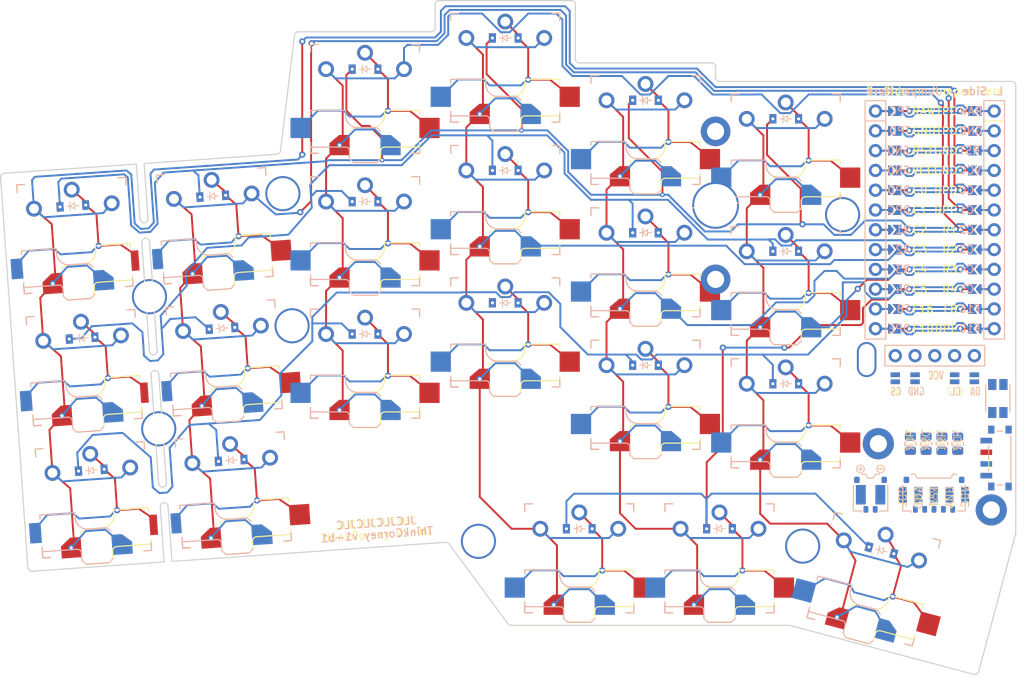
<source format=kicad_pcb>
(kicad_pcb (version 20221018) (generator pcbnew)
  (title_block (title "think_corney") (rev "v1-b1") (company "@infused-kim"))
  (layers (0 "F.Cu" signal) (31 "B.Cu" signal) (34 "B.Paste" user) (35 "F.Paste" user) (36 "B.SilkS" user "B.Silkscreen") (37 "F.SilkS" user "F.Silkscreen") (38 "B.Mask" user) (39 "F.Mask" user) (44 "Edge.Cuts" user))
  (net 0 "")
  (net 1 "RAW")
  (net 2 "GND")
  (net 3 "RST")
  (net 4 "VCC")
  (net 5 "C0")
  (net 6 "C1")
  (net 7 "C2")
  (net 8 "C3")
  (net 9 "C4")
  (net 10 "C5")
  (net 11 "F16")
  (net 12 "F10")
  (net 13 "TPC")
  (net 14 "TPD")
  (net 15 "DPD")
  (net 16 "DPC")
  (net 17 "R1")
  (net 18 "R2")
  (net 19 "R3")
  (net 20 "R4")
  (net 21 "F8")
  (net 22 "DPE")
  (net 23 "MCU1_24")
  (net 24 "MCU1_1")
  (net 25 "MCU1_23")
  (net 26 "MCU1_2")
  (net 27 "MCU1_22")
  (net 28 "MCU1_3")
  (net 29 "MCU1_21")
  (net 30 "MCU1_4")
  (net 31 "MCU1_20")
  (net 32 "MCU1_5")
  (net 33 "MCU1_19")
  (net 34 "MCU1_6")
  (net 35 "MCU1_18")
  (net 36 "MCU1_7")
  (net 37 "MCU1_17")
  (net 38 "MCU1_8")
  (net 39 "MCU1_16")
  (net 40 "MCU1_9")
  (net 41 "MCU1_15")
  (net 42 "MCU1_10")
  (net 43 "MCU1_14")
  (net 44 "MCU1_11")
  (net 45 "MCU1_13")
  (net 46 "MCU1_12")
  (net 47 "ring_bottom")
  (net 48 "ring_home")
  (net 49 "ring_top")
  (net 50 "middle_bottom")
  (net 51 "middle_home")
  (net 52 "middle_top")
  (net 53 "index_bottom")
  (net 54 "inner_bottom")
  (net 55 "inner_home")
  (net 56 "inner_top")
  (net 57 "outer_cluster")
  (net 58 "home_cluster")
  (net 59 "inner_cluster")
  (net 60 "outer_bottom")
  (net 61 "outer_home")
  (net 62 "outer_top")
  (net 63 "pinky_bottom")
  (net 64 "pinky_home")
  (net 65 "pinky_top")
  (net 66 "index_home")
  (net 67 "index_top")
  (net 68 "DISP1_1")
  (net 69 "DISP1_2")
  (net 70 "DISP1_4")
  (net 71 "DISP1_5")
  (net 72 "BAT_P")
  (net 73 "TPR")
  (footprint "PG1350" (layer "F.Cu") (at -36.000003 23.619991 180)
    (fp_text reference "S4" hide)
    (fp_text value "")
  )
  (footprint "point_debugger" (layer "F.Cu") (at -80.480816 35.987589 4)
    (fp_text reference "P44\"" hide)
    (fp_text value "")
  )
  (footprint "PG1350" (layer "F.Cu") (at -36.000001 -10.379998 180)
    (fp_text reference "S6" hide)
    (fp_text value "")
  )
  (footprint "ComboDiode" (layer "F.Cu") (at -18.000001 27.82)
    (fp_text reference "D13" hide)
    (fp_text value "" hide)
  )
  (footprint "point_debugger" (layer "F.Cu") (at 24.638614 67.643916)
    (fp_text reference "P30\"" hide)
    (fp_text value "")
  )
  (footprint "PG1350" (layer "F.Cu") (at -90.051816 28.136099 -176)
    (fp_text reference "S15" hide)
    (fp_text value "")
  )
  (footprint "ComboDiode" (layer "F.Cu") (at -91.502756 7.386768 4)
    (fp_text reference "D3" hide)
    (fp_text value "" hide)
  )
  (footprint "pads" (layer "F.Cu") (at 19.040002 44.449997 180)
    (fp_text reference "PAD2" hide)
    (fp_text value "")
  )
  (footprint "mounting_hole" (layer "F.Cu") (at 2.176457 51.047219 -15)
    (fp_text reference "H8" hide)
    (fp_text value "")
  )
  (footprint "point_debugger" (layer "F.Cu") (at 19.139995 7.899995)
    (fp_text reference "P22\"" hide)
    (fp_text value "")
  )
  (footprint "point_debugger" (layer "F.Cu") (at 7.299998 8.499995)
    (fp_text reference "P47\"" hide)
    (fp_text value "")
  )
  (footprint "ComboDiode" (layer "F.Cu") (at -54 -10.180004)
    (fp_text reference "D9" hide)
    (fp_text value "" hide)
  )
  (footprint "mounting_hole" (layer "F.Cu") (at 10.390002 27.099992)
    (fp_text reference "H1" hide)
    (fp_text value "")
  )
  (footprint "point_debugger" (layer "F.Cu") (at 0 17.000002)
    (fp_text reference "P17\"" hide)
    (fp_text value "")
  )
  (footprint "ComboDiode" (layer "F.Cu") (at -36.000001 19.819999)
    (fp_text reference "D10" hide)
    (fp_text value "" hide)
  )
  (footprint "nice_nano" (layer "F.Cu") (at 19.139995 7.899995)
    (fp_text reference "MCU1" hide)
    (fp_text value "")
  )
  (footprint "point_debugger" (layer "F.Cu") (at 2.176457 51.047219 -15)
    (fp_text reference "P49\"" hide)
    (fp_text value "")
  )
  (footprint "point_debugger" (layer "F.Cu") (at -35.999997 6.62)
    (fp_text reference "P11\"" hide)
    (fp_text value "")
  )
  (footprint "mounting_hole" (layer "F.Cu") (at -39.441322 50.434948)
    (fp_text reference "H7" hide)
    (fp_text value "")
  )
  (footprint "point_debugger" (layer "F.Cu") (at -0.000004 33.999995)
    (fp_text reference "P16\"" hide)
    (fp_text value "")
  )
  (footprint "ComboDiode" (layer "F.Cu") (at -54.000003 23.820004)
    (fp_text reference "D7" hide)
    (fp_text value "" hide)
  )
  (footprint "PG1350" (layer "F.Cu") (at -35.999997 6.62 180)
    (fp_text reference "S5" hide)
    (fp_text value "")
  )
  (footprint "PG1350" (layer "F.Cu") (at -54.000005 10.619993 180)
    (fp_text reference "S2" hide)
    (fp_text value "")
  )
  (footprint "point_debugger" (layer "F.Cu") (at 26.389998 46.4)
    (fp_text reference "P24\"" hide)
    (fp_text value "")
  )
  (footprint "mounting_hole" (layer "F.Cu") (at 26.389998 46.4)
    (fp_text reference "H10" hide)
    (fp_text value "")
  )
  (footprint "point_debugger" (layer "F.Cu") (at -54.000004 -6.380006)
    (fp_text reference "P9\"" hide)
    (fp_text value "")
  )
  (footprint "mounting_hole" (layer "F.Cu") (at -81.666676 19.029006 4)
    (fp_text reference "H2" hide)
    (fp_text value "")
  )
  (footprint "PG1350" (layer "F.Cu") (at -54.000002 27.619995 180)
    (fp_text reference "S1" hide)
    (fp_text value "")
  )
  (footprint "point_debugger" (layer "F.Cu") (at -54.000005 10.619993)
    (fp_text reference "P8\"" hide)
    (fp_text value "")
  )
  (footprint "point_debugger" (layer "F.Cu") (at 29.529996 49.389001 -15)
    (fp_text reference "P27\"" hide)
    (fp_text value "")
  )
  (footprint "point_debugger" (layer "F.Cu") (at -72.095664 26.880489 4)
    (fp_text reference "P5\"" hide)
    (fp_text value "")
  )
  (footprint "point_debugger" (layer "F.Cu") (at -8.5 52.62)
    (fp_text reference "P20\"" hide)
    (fp_text value "")
  )
  (footprint "point_debugger" (layer "F.Cu") (at 29.530001 -8.6)
    (fp_text reference "P25\"" hide)
    (fp_text value "")
  )
  (footprint "ComboDiode" (layer "F.Cu") (at -71.174883 40.048329 4)
    (fp_text reference "D4" hide)
    (fp_text value "" hide)
  )
  (footprint "point_debugger" (layer "F.Cu") (at 19.139998 9.900005)
    (fp_text reference "P33\"" hide)
    (fp_text value "")
  )
  (footprint "point_debugger" (layer "F.Cu") (at 9.100037 63.480365 -15)
    (fp_text reference "P29\"" hide)
    (fp_text value "")
  )
  (footprint "point_debugger" (layer "F.Cu") (at -63.361737 22.761203 4)
    (fp_text reference "P46\"" hide)
    (fp_text value "")
  )
  (footprint "PG1350" (layer "F.Cu") (at -72.095664 26.880489 -176)
    (fp_text reference "S18" hide)
    (fp_text value "")
  )
  (footprint "ComboDiode" (layer "F.Cu") (at -72.360742 23.089743 4)
    (fp_text reference "D5" hide)
    (fp_text value "" hide)
  )
  (footprint "ComboDiode" (layer "F.Cu") (at -89.131035 41.303955 4)
    (fp_text reference "D1" hide)
    (fp_text value "" hide)
  )
  (footprint "ComboDiode" (layer "F.Cu") (at -35.999998 -14.179997)
    (fp_text reference "D12" hide)
    (fp_text value "" hide)
  )
  (footprint "point_debugger" (layer "F.Cu") (at -36.000001 -10.379998)
    (fp_text reference "P12\"" hide)
    (fp_text value "")
  )
  (footprint "ComboDiode" (layer "F.Cu") (at 12.283515 51.599479 -15)
    (fp_text reference "D21" hide)
    (fp_text value "" hide)
  )
  (footprint "point_debugger" (layer "F.Cu") (at -54.000002 27.619995)
    (fp_text reference "P7\"" hide)
    (fp_text value "")
  )
  (footprint "ComboDiode" (layer "F.Cu") (at -0.000003 -3.800004)
    (fp_text reference "D18" hide)
    (fp_text value "" hide)
  )
  (footprint "sw_reset_side" (layer "F.Cu") (at 27.230002 32.099997)
    (fp_text reference "SW2" hide)
    (fp_text value "")
  )
  (footprint "conn_molex_pico_ezmate_1x02" (layer "F.Cu") (at 10.89 44.449999 180)
    (fp_text reference "CONN1" hide)
    (fp_text value "")
  )
  (footprint "point_debugger" (layer "F.Cu") (at -26.499997 52.619999)
    (fp_text reference "P19\"" hide)
    (fp_text value "")
  )
  (footprint "PG1350" (layer "F.Cu") (at -8.5 52.62 180)
    (fp_text reference "S12" hide)
    (fp_text value "")
  )
  (footprint "PG1350" (layer "F.Cu") (at -18.000002 14.619996 180)
    (fp_text reference "S20" hide)
    (fp_text value "")
  )
  (footprint "point_debugger" (layer "F.Cu") (at -43.382651 50.434945)
    (fp_text reference "P31\"" hide)
    (fp_text value "")
  )
  (footprint "PG1350" (layer "F.Cu") (at -26.499997 52.619999 180)
    (fp_text reference "S11" hide)
    (fp_text value "")
  )
  (footprint "PG1350" (layer "F.Cu") (at -73.281529 9.921891 -176)
    (fp_text reference "S19" hide)
    (fp_text value "")
  )
  (footprint "ComboDiode" (layer "F.Cu") (at -18.000001 10.819995)
    (fp_text reference "D22" hide)
    (fp_text value "" hide)
  )
  (footprint "mounting_hole" (layer "F.Cu") (at 11.890003 37.900001)
    (fp_text reference "H9" hide)
    (fp_text value "")
  )
  (footprint "point_debugger" (layer "F.Cu") (at -90.051816 28.136099 4)
    (fp_text reference "P2\"" hide)
    (fp_text value "")
  )
  (footprint "point_debugger" (layer "F.Cu") (at -64.547601 5.802615 4)
    (fp_text reference "P45\"" hide)
    (fp_text value "")
  )
  (footprint "point_debugger" (layer "F.Cu") (at -91.237676 11.177512 4)
    (fp_text reference "P3\"" hide)
    (fp_text value "")
  )
  (footprint "PG1350" (layer "F.Cu") (at -91.237676 11.177512 -176)
    (fp_text reference "S16" hide)
    (fp_text value "")
  )
  (footprint "point_debugger" (layer "F.Cu") (at 10.89 44.449999)
    (fp_text reference "P36\"" hide)
    (fp_text value "")
  )
  (footprint "conn_molex_pico_ezmate_1x05" (layer "F.Cu") (at 19.040002 44.449997 180)
    (fp_text reference "CONN2" hide)
    (fp_text value "")
  )
  (footprint "point_debugger" (layer "F.Cu") (at 11.300001 55.269999 -15)
    (fp_text reference "P21\"" hide)
    (fp_text value "")
  )
  (footprint "point_debugger" (layer "F.Cu") (at 27.480001 39.749996)
    (fp_text reference "P37\"" hide)
    (fp_text value "")
  )
  (footprint "point_debugger" (layer "F.Cu") (at -35.499997 50.434945)
    (fp_text reference "P32\"" hide)
    (fp_text value "")
  )
  (footprint "point_debugger" (layer "F.Cu") (at -88.865958 45.094692 4)
    (fp_text reference "P1\"" hide)
    (fp_text value "")
  )
  (footprint "mounting_hole" (layer "F.Cu") (at -63.361737 22.761203 4)
    (fp_text reference "H5" hide)
    (fp_text value "")
  )
  (footprint "point_debugger" (layer "F.Cu") (at 29.530003 44.399995)
    (fp_text reference "P26\"" hide)
    (fp_text value "")
  )
  (footprint "point_debugger" (layer "F.Cu") (at -39.441322 50.434948)
    (fp_text reference "P48\"" hide)
    (fp_text value "")
  )
  (footprint "pads" (layer "F.Cu") (at 10.89 44.449999 180)
    (fp_text reference "PAD1" hide)
    (fp_text value "")
  )
  (footprint "point_debugger" (layer "F.Cu") (at -36.000003 23.619991)
    (fp_text reference "P10\"" hide)
    (fp_text value "")
  )
  (footprint "point_debugger" (layer "F.Cu") (at -18.000003 31.619992)
    (fp_text reference "P13\"" hide)
    (fp_text value "")
  )
  (footprint "PG1350" (layer "F.Cu") (at -70.909803 43.839073 -176)
    (fp_text reference "S17" hide)
    (fp_text value "")
  )
  (footprint "mounting_hole" (layer "F.Cu") (at -64.547601 5.802615 4)
    (fp_text reference "H4" hide)
    (fp_text value "")
  )
  (footprint "point_debugger" (layer "F.Cu") (at -81.666676 19.029006 4)
    (fp_text reference "P43\"" hide)
    (fp_text value "")
  )
  (footprint "ComboDiode" (layer "F.Cu") (at -90.3169 24.345357 4)
    (fp_text reference "D2" hide)
    (fp_text value "" hide)
  )
  (footprint "point_debugger" (layer "F.Cu") (at -52.465357 49.566406 4)
    (fp_text reference "P42\"" hide)
    (fp_text value "")
  )
  (footprint "point_debugger" (layer "F.Cu") (at 11.890003 37.900001)
    (fp_text reference "P23\"" hide)
    (fp_text value "")
  )
  (footprint "ComboDiode" (layer "F.Cu") (at -26.500004 48.820001)
    (fp_text reference "D19" hide)
    (fp_text value "" hide)
  )
  (footprint "point_debugger" (layer "F.Cu") (at 10.390002 27.099992)
    (fp_text reference "P34\"" hide)
    (fp_text value "")
  )
  (footprint "PG1350" (layer "F.Cu") (at -88.865958 45.094692 -176)
    (fp_text reference "S14" hide)
    (fp_text value "")
  )
  (footprint "mounting_hole" (layer "F.Cu") (at -80.480816 35.987589 4)
    (fp_text reference "H3" hide)
    (fp_text value "")
  )
  (footprint "PG1350" (layer "F.Cu") (at -18.000001 -2.38 180)
    (fp_text reference "S21" hide)
    (fp_text value "")
  )
  (footprint "point_debugger" (layer "F.Cu") (at -9.000003 7.310002)
    (fp_text reference "P39\"" hide)
    (fp_text value "")
  )
  (footprint "PG1350" (layer "F.Cu") (at 0 17.000002 180)
    (fp_text reference "S9" hide)
    (fp_text value "")
  )
  (footprint "PG1350" (layer "F.Cu") (at -0.000004 33.999995 180)
    (fp_text reference "S8" hide)
    (fp_text value "")
  )
  (footprint "PG1350" (layer "F.Cu") (at -54.000004 -6.380006 180)
    (fp_text reference "S3" hide)
    (fp_text value "")
  )
  (footprint "point_debugger" (layer "F.Cu") (at 19.040002 37.899996)
    (fp_text reference "P41\"" hide)
    (fp_text value "")
  )
  (footprint "ComboDiode" (layer "F.Cu") (at -18.000001 10.819995)
    (fp_text reference "D14" hide)
    (fp_text value "" hide)
  )
  (footprint "PG1350" (layer "F.Cu") (at 11.300001 55.269999 165)
    (fp_text reference "S13" hide)
    (fp_text value "")
  )
  (footprint "smd_805" (layer "F.Cu") (at 19.040002 37.899996 180)
    (fp_text reference "SMD1" hide)
    (fp_text value "")
  )
  (footprint "point_debugger" (layer "F.Cu") (at 29.529996 49.389001)
    (fp_text reference "P28\"" hide)
    (fp_text value "")
  )
  (footprint "nice!view" (layer "F.Cu") (at 19.139998 9.900005)
    (fp_text reference "DISP1" hide)
    (fp_text value "")
  )
  (footprint "point_debugger" (layer "F.Cu") (at 19.040002 44.449997)
    (fp_text reference "P40\"" hide)
    (fp_text value "")
  )
  (footprint "ComboDiode" (layer "F.Cu") (at -0.000002 13.2)
    (fp_text reference "D17" hide)
    (fp_text value "" hide)
  )
  (footprint "ComboDiode" (layer "F.Cu") (at -8.500004 48.819991)
    (fp_text reference "D20" hide)
    (fp_text value "" hide)
  )
  (footprint "point_debugger" (layer "F.Cu") (at 0 0)
    (fp_text reference "P18\"" hide)
    (fp_text value "")
  )
  (footprint "point_debugger" (layer "F.Cu") (at -18.000001 -2.38)
    (fp_text reference "P15\"" hide)
    (fp_text value "")
  )
  (footprint "point_debugger" (layer "F.Cu") (at -18.000002 14.619996)
    (fp_text reference "P14\"" hide)
    (fp_text value "")
  )
  (footprint "PG1350" (layer "F.Cu") (at 0 0 180)
    (fp_text reference "S10" hide)
    (fp_text value "")
  )
  (footprint "ComboDiode" (layer "F.Cu") (at -36 2.819996)
    (fp_text reference "D11" hide)
    (fp_text value "" hide)
  )
  (footprint "point_debugger" (layer "F.Cu") (at 27.230002 32.099997)
    (fp_text reference "P38\"" hide)
    (fp_text value "")
  )
  (footprint "ComboDiode" (layer "F.Cu") (at -73.546604 6.131158 4)
    (fp_text reference "D6" hide)
    (fp_text value "" hide)
  )
  (footprint "point_debugger" (layer "F.Cu") (at -70.909803 43.839073 4)
    (fp_text reference "P4\"" hide)
    (fp_text value "")
  )
  (footprint "mounting_hole" (layer "F.Cu") (at 7.299998 8.499995)
    (fp_text reference "H6" hide)
    (fp_text value "")
  )
  (footprint "ComboDiode" (layer "F.Cu") (at -0.000001 30.2)
    (fp_text reference "D16" hide)
    (fp_text value "" hide)
  )
  (footprint "ComboDiode" (layer "F.Cu") (at -53.999999 6.819999)
    (fp_text reference "D8" hide)
    (fp_text value "" hide)
  )
  (footprint "point_debugger" (layer "F.Cu") (at 10.89 44.449999)
    (fp_text reference "P35\"" hide)
    (fp_text value "")
  )
  (footprint "trackpoint_mount_t430" (layer "F.Cu") (at -9.000003 7.310002)
    (fp_text reference "TP1" hide)
    (fp_text value "")
  )
  (footprint "PG1350" (layer "F.Cu") (at -18.000003 31.619992 180)
    (fp_text reference "S7" hide)
    (fp_text value "")
  )
  (footprint "icon_bat" (layer "F.Cu") (at 10.889997 41.149994 180)
    (fp_text reference "ICON1" hide)
    (fp_text value "")
  )
  (footprint "power_switch" (layer "F.Cu") (at 27.480001 39.749996)
    (fp_text reference "SW1" hide)
    (fp_text value "")
  )
  (footprint "point_debugger" (layer "F.Cu") (at -73.281529 9.921891 4)
    (fp_text reference "P6\"" hide)
    (fp_text value "")
  )
  (footprint "ComboDiode" (layer "F.Cu") (at -17.999998 -6.180001)
    (fp_text reference "D23" hide)
    (fp_text value "" hide)
  )
  (footprint "ComboDiode" (layer "F.Cu") (at -17.999998 -6.180001)
    (fp_text reference "D15" hide)
    (fp_text value "" hide)
  )
  (gr_line (start -81.467887 29.039518) (end -80.491299 43.005416) (stroke (width 0.15)) (layer "Edge.Cuts"))
  (gr_line (start -82.189845 11.547266) (end -82.189845 11.547266) (stroke (width 0.15)) (layer "Edge.Cuts"))
  (gr_line (start -81.143499 26.510736) (end -81.143499 26.510736) (stroke (width 0.15)) (layer "Edge.Cuts"))
  (gr_arc (start 29.030002 -8.600002) (mid 29.383543 -8.45354) (end 29.529998 -8.100001) (stroke (width 0.15)) (layer "Edge.Cuts"))
  (gr_line (start -81.003987 28.505855) (end -81.003987 28.505855) (stroke (width 0.15)) (layer "Edge.Cuts"))
  (gr_line (start -35.649882 61.016829) (end -43.219519 50.75606) (stroke (width 0.15)) (layer "Edge.Cuts"))
  (gr_line (start -44.500002 -18.979997) (end -27.500001 -18.979999) (stroke (width 0.15)) (layer "Edge.Cuts"))
  (gr_line (start -78.789203 53.010975) (end -79.284467 45.928357) (stroke (width 0.15)) (layer "Edge.Cuts"))
  (gr_line (start 29.529998 -8.100001) (end 29.529997 49.32317) (stroke (width 0.15)) (layer "Edge.Cuts"))
  (gr_line (start -82.360729 1.935776) (end -65.315146 0.743838) (stroke (width 0.15)) (layer "Edge.Cuts"))
  (gr_line (start -79.818127 45.464452) (end -79.818127 45.464452) (stroke (width 0.15)) (layer "Edge.Cuts"))
  (gr_line (start 9.000002 -8.600006) (end 9.000002 -8.600006) (stroke (width 0.15)) (layer "Edge.Cuts"))
  (gr_arc (start -80.282029 45.998105) (mid -79.818125 45.464404) (end -79.284467 45.928358) (stroke (width 0.15)) (layer "Edge.Cuts"))
  (gr_line (start -45.000002 -15.48) (end -45 -18.479998) (stroke (width 0.15)) (layer "Edge.Cuts"))
  (gr_arc (start -82.65375 12.080933) (mid -82.532305 11.718038) (end -82.189845 11.547266) (stroke (width 0.15)) (layer "Edge.Cuts"))
  (gr_arc (start -8.500001 -8.6) (mid -8.853541 -8.74646) (end -9.000001 -9.1) (stroke (width 0.15)) (layer "Edge.Cuts"))
  (gr_line (start -64.853657 0.305246) (end -63.053338 -14.5402) (stroke (width 0.15)) (layer "Edge.Cuts"))
  (gr_arc (start -64.853658 0.305246) (mid -65.005533 0.607527) (end -65.315146 0.743838) (stroke (width 0.15)) (layer "Edge.Cuts"))
  (gr_arc (start 24.767801 67.161771) (mid 24.535204 67.465151) (end 24.156248 67.515547) (stroke (width 0.15)) (layer "Edge.Cuts"))
  (gr_arc (start -100.780781 3.725055) (mid -100.659336 3.362162) (end -100.316877 3.191395) (stroke (width 0.15)) (layer "Edge.Cuts"))
  (gr_line (start -80.679597 25.977076) (end -81.656184 12.011175) (stroke (width 0.15)) (layer "Edge.Cuts"))
  (gr_line (start -43.656762 50.554119) (end -78.789203 53.010975) (stroke (width 0.15)) (layer "Edge.Cuts"))
  (gr_line (start -79.957637 43.469324) (end -79.957637 43.469324) (stroke (width 0.15)) (layer "Edge.Cuts"))
  (gr_arc (start -35.247528 61.220004) (mid -35.472912 61.166354) (end -35.649882 61.016829) (stroke (width 0.15)) (layer "Edge.Cuts"))
  (gr_line (start -80.282029 45.998105) (end -79.786767 53.080734) (stroke (width 0.15)) (layer "Edge.Cuts"))
  (gr_arc (start 29.529997 49.323169) (mid 29.52571 49.388434) (end 29.51296 49.452585) (stroke (width 0.15)) (layer "Edge.Cuts"))
  (gr_arc (start -79.493733 42.935661) (mid -79.615179 43.298553) (end -79.957637 43.469324) (stroke (width 0.15)) (layer "Edge.Cuts"))
  (gr_line (start 24.156248 67.515547) (end 0.563191 61.236813) (stroke (width 0.15)) (layer "Edge.Cuts"))
  (gr_line (start 0.434606 61.220004) (end -35.247528 61.220004) (stroke (width 0.15)) (layer "Edge.Cuts"))
  (gr_line (start -83.358291 2.005533) (end -82.863023 9.088237) (stroke (width 0.15)) (layer "Edge.Cuts"))
  (gr_arc (start -81.143499 26.510736) (mid -81.506398 26.389291) (end -81.677162 26.046824) (stroke (width 0.15)) (layer "Edge.Cuts"))
  (gr_arc (start -26.500003 -10.979997) (mid -26.853542 -11.126457) (end -27 -11.479996) (stroke (width 0.15)) (layer "Edge.Cuts"))
  (gr_line (start -8.500001 -8.6) (end 29.030002 -8.600002) (stroke (width 0.15)) (layer "Edge.Cuts"))
  (gr_line (start -27 -18.480009) (end -27 -11.479996) (stroke (width 0.15)) (layer "Edge.Cuts"))
  (gr_arc (start -81.003987 28.505855) (mid -80.641045 28.62725) (end -80.470325 28.969768) (stroke (width 0.15)) (layer "Edge.Cuts"))
  (gr_arc (start -43.656762 50.554119) (mid -43.412215 50.598957) (end -43.219519 50.75606) (stroke (width 0.15)) (layer "Edge.Cuts"))
  (gr_arc (start 0.434611 61.219999) (mid 0.499449 61.224214) (end 0.563191 61.236813) (stroke (width 0.15)) (layer "Edge.Cuts"))
  (gr_arc (start -81.467887 29.039518) (mid -81.346479 28.676594) (end -81.003987 28.505855) (stroke (width 0.15)) (layer "Edge.Cuts"))
  (gr_line (start -81.865454 9.018485) (end -82.360729 1.935776) (stroke (width 0.15)) (layer "Edge.Cuts"))
  (gr_arc (start -27.500001 -18.979999) (mid -27.146438 -18.833569) (end -27 -18.480009) (stroke (width 0.15)) (layer "Edge.Cuts"))
  (gr_arc (start -81.865454 9.018485) (mid -82.329361 9.552178) (end -82.863023 9.088237) (stroke (width 0.15)) (layer "Edge.Cuts"))
  (gr_line (start -79.786767 53.080734) (end -96.745348 54.266678) (stroke (width 0.15)) (layer "Edge.Cuts"))
  (gr_line (start -97.279008 53.802761) (end -100.780782 3.725055) (stroke (width 0.15)) (layer "Edge.Cuts"))
  (gr_line (start -100.316877 3.191395) (end -83.358291 2.005533) (stroke (width 0.15)) (layer "Edge.Cuts"))
  (gr_line (start -79.493734 42.935662) (end -80.470325 28.969768) (stroke (width 0.15)) (layer "Edge.Cuts"))
  (gr_arc (start -63.05334 -14.540201) (mid -62.888553 -14.854221) (end -62.556977 -14.980002) (stroke (width 0.15)) (layer "Edge.Cuts"))
  (gr_line (start -62.556977 -14.980002) (end -45.500005 -14.980004) (stroke (width 0.15)) (layer "Edge.Cuts"))
  (gr_arc (start -9.500001 -10.979997) (mid -9.146439 -10.833566) (end -9.000003 -10.480006) (stroke (width 0.15)) (layer "Edge.Cuts"))
  (gr_line (start 29.51296 49.452585) (end 24.767801 67.161774) (stroke (width 0.15)) (layer "Edge.Cuts"))
  (gr_arc (start -45 -18.479998) (mid -44.85355 -18.833547) (end -44.500002 -18.979997) (stroke (width 0.15)) (layer "Edge.Cuts"))
  (gr_line (start -26.500003 -10.979997) (end -9.500001 -10.979997) (stroke (width 0.15)) (layer "Edge.Cuts"))
  (gr_arc (start -82.189845 11.547266) (mid -81.826927 11.668686) (end -81.656184 12.011175) (stroke (width 0.15)) (layer "Edge.Cuts"))
  (gr_arc (start -45.000002 -15.48) (mid -45.146443 -15.12644) (end -45.500005 -14.980004) (stroke (width 0.15)) (layer "Edge.Cuts"))
  (gr_line (start -9.000003 -10.480006) (end -9.000001 -9.1) (stroke (width 0.15)) (layer "Edge.Cuts"))
  (gr_arc (start -79.957637 43.469324) (mid -80.320579 43.347931) (end -80.491299 43.005416) (stroke (width 0.15)) (layer "Edge.Cuts"))
  (gr_line (start -82.65375 12.080933) (end -81.677162 26.046824) (stroke (width 0.15)) (layer "Edge.Cuts"))
  (gr_arc (start -80.679597 25.977076) (mid -80.801008 26.339996) (end -81.143499 26.510736) (stroke (width 0.15)) (layer "Edge.Cuts"))
  (gr_arc (start -96.745347 54.266677) (mid -97.108246 54.14523) (end -97.279008 53.802761) (stroke (width 0.15)) (layer "Edge.Cuts"))
  (gr_text "JLCJLCJLCJLC" (at -52.569996 48.070063 4) (layer "B.SilkS") (effects (font (size 1 1)) (justify mirror)))
  (gr_text "ThinkCorney v1-b1" (at -52.465357 49.566406 4) (layer "B.SilkS") (effects (font (size 1 1)) (justify mirror)))
  (gr_text "ThinkCorney v1-b1" (at -52.465357 49.566406 4) (layer "F.SilkS") (effects (font (size 1 1))))
  (gr_text "JLCJLCJLCJLC" (at -52.569996 48.070063 4) (layer "F.SilkS") (effects (font (size 1 1))))
  (segment locked (start 23.914042 -4.79531) (end 22.404042 -4.795305) (width 0.25) (layer "F.Cu") (net 1))
  (segment locked (start 16.604039 -4.465312) (end 16.694038 -4.545311) (width 0.25) (layer "B.Cu") (net 1))
  (segment locked (start 16.604038 -4.455304) (end 16.604039 -4.465312) (width 0.25) (layer "B.Cu") (net 1))
  (segment locked (start 16.694038 -4.545311) (end 22.154042 -4.545306) (width 0.25) (layer "B.Cu") (net 1))
  (segment locked (start 14.364041 -4.795304) (end 14.804038 -4.79531) (width 0.25) (layer "B.Cu") (net 1))
  (segment locked (start 16.22404 -4.075303) (end 16.604038 -4.455304) (width 0.25) (layer "B.Cu") (net 1))
  (segment locked (start 15.534037 -4.075302) (end 16.22404 -4.075303) (width 0.25) (layer "B.Cu") (net 1))
  (segment locked (start 22.154042 -4.545306) (end 22.404042 -4.795305) (width 0.25) (layer "B.Cu") (net 1))
  (segment locked (start 14.804038 -4.79531) (end 15.534037 -4.075302) (width 0.25) (layer "B.Cu") (net 1))
  (segment locked (start 14.364043 2.824694) (end 15.87404 2.824689) (width 0.25) (layer "F.Cu") (net 2))
  (segment locked (start 23.914038 -2.255307) (end 22.404044 -2.25531) (width 0.25) (layer "F.Cu") (net 2))
  (segment locked (start 14.364038 0.284692) (end 15.874042 0.28469) (width 0.25) (layer "F.Cu") (net 2))
  (segment locked (start 15.534039 -1.535313) (end 16.224038 -1.535313) (width 0.25) (layer "B.Cu") (net 2))
  (segment locked (start 23.474043 0.284691) (end 22.754043 -0.445314) (width 0.25) (layer "B.Cu") (net 2))
  (segment locked (start 14.804042 -2.255309) (end 15.534039 -1.535313) (width 0.25) (layer "B.Cu") (net 2))
  (segment locked (start 22.054044 -0.445305) (end 21.574036 0.034692) (width 0.25) (layer "B.Cu") (net 2))
  (segment locked (start 23.474037 2.824688) (end 22.754038 2.094695) (width 0.25) (layer "B.Cu") (net 2))
  (segment locked (start 14.364044 -2.25531) (end 14.804042 -2.255309) (width 0.25) (layer "B.Cu") (net 2))
  (segment locked (start 16.124036 0.034693) (end 15.874042 0.28469) (width 0.25) (layer "B.Cu") (net 2))
  (segment locked (start 16.604043 -1.915306) (end 16.604039 -1.925305) (width 0.25) (layer "B.Cu") (net 2))
  (segment locked (start 23.914038 2.824689) (end 23.474037 2.824688) (width 0.25) (layer "B.Cu") (net 2))
  (segment locked (start 22.054046 2.094688) (end 21.574046 2.574689) (width 0.25) (layer "B.Cu") (net 2))
  (segment locked (start 16.604039 -1.925305) (end 16.694046 -2.00531) (width 0.25) (layer "B.Cu") (net 2))
  (segment locked (start 16.124044 2.574687) (end 15.87404 2.824689) (width 0.25) (layer "B.Cu") (net 2))
  (segment locked (start 22.754043 -0.445314) (end 22.054044 -0.445305) (width 0.25) (layer "B.Cu") (net 2))
  (segment locked (start 22.754038 2.094695) (end 22.054046 2.094688) (width 0.25) (layer "B.Cu") (net 2))
  (segment locked (start 23.914041 0.284689) (end 23.474043 0.284691) (width 0.25) (layer "B.Cu") (net 2))
  (segment locked (start 16.694046 -2.00531) (end 22.154043 -2.00531) (width 0.25) (layer "B.Cu") (net 2))
  (segment locked (start 21.574046 2.574689) (end 16.124044 2.574687) (width 0.25) (layer "B.Cu") (net 2))
  (segment locked (start 22.154043 -2.00531) (end 22.404044 -2.25531) (width 0.25) (layer "B.Cu") (net 2))
  (segment locked (start 16.224038 -1.535313) (end 16.604043 -1.915306) (width 0.25) (layer "B.Cu") (net 2))
  (segment locked (start 21.574036 0.034692) (end 16.124036 0.034693) (width 0.25) (layer "B.Cu") (net 2))
  (segment locked (start 23.914041 0.284689) (end 22.404038 0.284692) (width 0.25) (layer "F.Cu") (net 3))
  (segment locked (start 14.804039 0.284694) (end 15.534039 1.004691) (width 0.25) (layer "B.Cu") (net 3))
  (segment locked (start 22.154039 0.534692) (end 22.404038 0.284692) (width 0.25) (layer "B.Cu") (net 3))
  (segment locked (start 16.604043 0.614696) (end 16.694037 0.53469) (width 0.25) (layer "B.Cu") (net 3))
  (segment locked (start 15.534039 1.004691) (end 16.224042 1.004688) (width 0.25) (layer "B.Cu") (net 3))
  (segment locked (start 14.364038 0.284692) (end 14.804039 0.284694) (width 0.25) (layer "B.Cu") (net 3))
  (segment locked (start 16.694037 0.53469) (end 22.154039 0.534692) (width 0.25) (layer "B.Cu") (net 3))
  (segment locked (start 16.604044 0.624689) (end 16.604043 0.614696) (width 0.25) (layer "B.Cu") (net 3))
  (segment locked (start 16.224042 1.004688) (end 16.604044 0.624689) (width 0.25) (layer "B.Cu") (net 3))
  (segment locked (start 23.914038 2.824689) (end 22.404042 2.824692) (width 0.25) (layer "F.Cu") (net 4))
  (segment locked (start 16.694039 3.074689) (end 22.154041 3.074697) (width 0.25) (layer "B.Cu") (net 4))
  (segment locked (start 22.154041 3.074697) (end 22.404042 2.824692) (width 0.25) (layer "B.Cu") (net 4))
  (segment locked (start 16.224039 3.544697) (end 16.604039 3.164692) (width 0.25) (layer "B.Cu") (net 4))
  (segment locked (start 14.364043 2.824694) (end 14.804038 2.824688) (width 0.25) (layer "B.Cu") (net 4))
  (segment locked (start 16.604039 3.164692) (end 16.604044 3.15469) (width 0.25) (layer "B.Cu") (net 4))
  (segment locked (start 14.804038 2.824688) (end 15.534039 3.544698) (width 0.25) (layer "B.Cu") (net 4))
  (segment locked (start 15.534039 3.544698) (end 16.224039 3.544697) (width 0.25) (layer "B.Cu") (net 4))
  (segment locked (start 16.604044 3.15469) (end 16.694039 3.074689) (width 0.25) (layer "B.Cu") (net 4))
  (segment locked (start -92.525957 33.864693) (end -92.905963 34.304692) (width 0.25) (layer "F.Cu") (net 5))
  (segment (start 21.656997 4.617649) (end 21.656997 -7.398898) (width 0.25) (layer "F.Cu") (net 5))
  (segment locked (start 23.914042 5.364696) (end 22.404037 5.36469) (width 0.25) (layer "F.Cu") (net 5))
  (segment locked (start -94.215962 9.714692) (end -93.715958 16.904694) (width 0.25) (layer "F.Cu") (net 5))
  (segment (start -95.689638 19.189505) (end -95.304712 24.694135) (width 0.25) (layer "F.Cu") (net 5))
  (segment (start -92.903792 34.300065) (end -94.50426 36.141192) (width 0.25) (layer "F.Cu") (net 5))
  (segment locked (start -91.845959 43.624696) (end -94.115958 41.654694) (width 0.25) (layer "F.Cu") (net 5))
  (segment (start -94.50426 36.141192) (end -94.118856 41.652728) (width 0.25) (layer "F.Cu") (net 5))
  (segment (start -62.061658 -13.720533) (end -62.061658 0.787269) (width 0.25) (layer "F.Cu") (net 5))
  (segment locked (start -93.715958 16.904694) (end -94.085955 17.34469) (width 0.25) (layer "F.Cu") (net 5))
  (segment locked (start -94.215962 9.714692) (end -96.485961 7.73469) (width 0.25) (layer "F.Cu") (net 5))
  (segment locked (start -91.845959 43.624696) (end -91.345962 50.82469) (width 0.25) (layer "F.Cu") (net 5))
  (segment (start 22.404037 5.36469) (end 21.656997 4.617649) (width 0.25) (layer "F.Cu") (net 5))
  (segment locked (start -91.345962 50.82469) (end -91.715962 51.254693) (width 0.25) (layer "F.Cu") (net 5))
  (segment (start -94.085955 17.34469) (end -95.689638 19.189505) (width 0.25) (layer "F.Cu") (net 5))
  (segment locked (start -93.035959 26.674694) (end -92.525957 33.864693) (width 0.25) (layer "F.Cu") (net 5))
  (segment locked (start -93.035959 26.674694) (end -95.305962 24.694693) (width 0.25) (layer "F.Cu") (net 5))
  (segment (start 21.656997 -7.398898) (end 21.654575 -7.40132) (width 0.25) (layer "F.Cu") (net 5))
  (via locked (at -91.715962 51.254693) (size 0.8) (drill 0.4) (layers "F.Cu" "B.Cu") (net 5))
  (via locked (at -94.085955 17.34469) (size 0.8) (drill 0.4) (layers "F.Cu" "B.Cu") (net 5))
  (via locked (at -92.905963 34.304692) (size 0.8) (drill 0.4) (layers "F.Cu" "B.Cu") (net 5))
  (via (at 21.654575 -7.40132) (size 0.8) (drill 0.4) (layers "F.Cu" "B.Cu") (net 5))
  (via (at -62.049355 -13.730432) (size 0.8) (drill 0.4) (layers "F.Cu" "B.Cu") (net 5))
  (via (at -62.059356 0.78957) (size 0.8) (drill 0.4) (layers "F.Cu" "B.Cu") (net 5))
  (segment locked (start -96.485961 7.73469) (end -95.235961 8.834689) (width 0.25) (layer "B.Cu") (net 5))
  (segment (start -27.725 -17.659096) (end -28.320901 -18.254997) (width 0.25) (layer "B.Cu") (net 5))
  (segment locked (start -87.605957 8.294692) (end -86.515957 7.034689) (width 0.25) (layer "B.Cu") (net 5))
  (segment locked (start -94.115958 41.654694) (end -92.855958 42.744693) (width 0.25) (layer "B.Cu") (net 5))
  (segment locked (start -89.685962 15.024692) (end -92.235959 15.204693) (width 0.25) (layer "B.Cu") (net 5))
  (segment locked (start -94.045961 25.784695) (end -86.425958 25.25469) (width 0.25) (layer "B.Cu") (net 5))
  (segment locked (start -91.045961 32.164695) (end -92.905963 34.304692) (width 0.25) (layer "B.Cu") (net 5))
  (segment (start -83.56492 9.648921) (end -82.785763 10.326232) (width 0.25) (layer "B.Cu") (net 5))
  (segment (start -96.490574 7.735554) (end -96.746803 4.071289) (width 0.25) (layer "B.Cu") (net 5))
  (segment (start -81.105621 9.491284) (end -81.542637 3.241687) (width 0.25) (layer "B.Cu") (net 5))
  (segment (start -8.982441 -7.875) (end 21.180895 -7.875) (width 0.25) (layer "B.Cu") (net 5))
  (segment locked (start 16.604039 5.694692) (end 16.69404 5.614695) (width 0.25) (layer "B.Cu") (net 5))
  (segment (start -44.261359 -14.981903) (end -45.002731 -14.240531) (width 0.25) (layer "B.Cu") (net 5))
  (segment locked (start -86.365961 33.844692) (end -88.50596 31.984695) (width 0.25) (layer "B.Cu") (net 5))
  (segment (start -81.769666 10.25518) (end -81.105621 9.491284) (width 0.25) (layer "B.Cu") (net 5))
  (segment (start -84.617255 2.82339) (end -84.004991 3.355624) (width 0.25) (layer "B.Cu") (net 5))
  (segment (start -27.011435 -10.254997) (end -27.725 -10.968562) (width 0.25) (layer "B.Cu") (net 5))
  (segment locked (start -85.185958 50.804695) (end -87.315957 48.944695) (width 0.25) (layer "B.Cu") (net 5))
  (segment (start -44.261358 -17.668644) (end -44.261359 -14.981903) (width 0.25) (layer "B.Cu") (net 5))
  (segment (start -11.391431 -10.254997) (end -27.011435 -10.254997) (width 0.25) (layer "B.Cu") (net 5))
  (segment locked (start -87.315957 48.944695) (end -89.86596 49.124696) (width 0.25) (layer "B.Cu") (net 5))
  (segment locked (start 14.364036 5.364691) (end 14.804044 5.364692) (width 0.25) (layer "B.Cu") (net 5))
  (segment (start 21.180895 -7.875) (end 21.654575 -7.40132) (width 0.25) (layer "B.Cu") (net 5))
  (segment locked (start 22.154039 5.614688) (end 22.404037 5.36469) (width 0.25) (layer "B.Cu") (net 5))
  (segment locked (start 14.804044 5.364692) (end 15.534044 6.084693) (width 0.25) (layer "B.Cu") (net 5))
  (segment (start -96.746803 4.071289) (end -96.376846 3.645695) (width 0.25) (layer "B.Cu") (net 5))
  (segment locked (start 16.604042 5.704692) (end 16.604039 5.694692) (width 0.25) (layer "B.Cu") (net 5))
  (segment locked (start 16.224043 6.084692) (end 16.604042 5.704692) (width 0.25) (layer "B.Cu") (net 5))
  (segment (start -61.541659 -14.240532) (end -62.049357 -13.732834) (width 0.25) (layer "B.Cu") (net 5))
  (segment locked (start -87.555956 16.884691) (end -89.685962 15.024692) (width 0.25) (layer "B.Cu") (net 5))
  (segment locked (start 15.534044 6.084693) (end 16.224043 6.084692) (width 0.25) (layer "B.Cu") (net 5))
  (segment locked (start -85.235958 42.214691) (end -84.145956 40.954694) (width 0.25) (layer "B.Cu") (net 5))
  (segment (start -81.081131 2.710785) (end -62.606432 1.418909) (width 0.25) (layer "B.Cu") (net 5))
  (segment (start -8.996937 -7.860504) (end -8.982441 -7.875) (width 0.25) (layer "B.Cu") (net 5))
  (segment (start -27.725 -10.968562) (end -27.725 -17.659096) (width 0.25) (layer "B.Cu") (net 5))
  (segment (start -82.785763 10.326232) (end -81.769666 10.25518) (width 0.25) (layer "B.Cu") (net 5))
  (segment locked (start 16.69404 5.614695) (end 22.154039 5.614688) (width 0.25) (layer "B.Cu") (net 5))
  (segment locked (start -92.235959 15.204693) (end -94.085955 17.34469) (width 0.25) (layer "B.Cu") (net 5))
  (segment locked (start -92.855958 42.744693) (end -85.235958 42.214691) (width 0.25) (layer "B.Cu") (net 5))
  (segment (start -62.606432 1.418909) (end -62.059356 0.78957) (width 0.25) (layer "B.Cu") (net 5))
  (segment locked (start -86.425958 25.25469) (end -85.325958 23.994695) (width 0.25) (layer "B.Cu") (net 5))
  (segment locked (start -95.235961 8.834689) (end -87.605957 8.294692) (width 0.25) (layer "B.Cu") (net 5))
  (segment (start -43.675006 -18.254996) (end -44.261358 -17.668644) (width 0.25) (layer "B.Cu") (net 5))
  (segment locked (start -89.86596 49.124696) (end -91.715962 51.254693) (width 0.25) (layer "B.Cu") (net 5))
  (segment (start -45.002731 -14.240531) (end -61.541659 -14.240532) (width 0.25) (layer "B.Cu") (net 5))
  (segment locked (start -95.305962 24.694693) (end -94.045961 25.784695) (width 0.25) (layer "B.Cu") (net 5))
  (segment locked (start -88.50596 31.984695) (end -91.045961 32.164695) (width 0.25) (layer "B.Cu") (net 5))
  (segment (start -96.376846 3.645695) (end -84.617255 2.82339) (width 0.25) (layer "B.Cu") (net 5))
  (segment (start -84.004991 3.355624) (end -83.56492 9.648921) (width 0.25) (layer "B.Cu") (net 5))
  (segment (start -8.996937 -7.860504) (end -11.391431 -10.254997) (width 0.25) (layer "B.Cu") (net 5))
  (segment (start -28.320901 -18.254997) (end -43.675006 -18.254996) (width 0.25) (layer "B.Cu") (net 5))
  (segment (start -81.542637 3.241687) (end -81.081131 2.710785) (width 0.25) (layer "B.Cu") (net 5))
  (segment (start -60.925004 -13.435766) (end -60.925004 6.787832) (width 0.25) (layer "F.Cu") (net 6))
  (segment locked (start -75.755962 15.654693) (end -76.13596 16.084693) (width 0.25) (layer "F.Cu") (net 6))
  (segment locked (start -76.265959 8.454691) (end -75.755962 15.654693) (width 0.25) (layer "F.Cu") (net 6))
  (segment locked (start -73.885959 42.374692) (end -76.165958 40.394691) (width 0.25) (layer "F.Cu") (net 6))
  (segment locked (start 23.914042 7.904696) (end 22.404044 7.90469) (width 0.25) (layer "F.Cu") (net 6))
  (segment (start -60.925004 6.787832) (end -62.321981 8.184808) (width 0.25) (layer "F.Cu") (net 6))
  (segment locked (start -74.575955 32.614688) (end -74.945957 33.044697) (width 0.25) (layer "F.Cu") (net 6))
  (segment (start 20.923555 -6.431322) (end 20.912497 -6.442381) (width 0.25) (layer "F.Cu") (net 6))
  (segment (start -77.733968 17.926986) (end -77.348558 23.438529) (width 0.25) (layer "F.Cu") (net 6))
  (segment locked (start -73.385962 49.574689) (end -73.765959 50.004695) (width 0.25) (layer "F.Cu") (net 6))
  (segment locked (start -73.885959 42.374692) (end -73.385962 49.574689) (width 0.25) (layer "F.Cu") (net 6))
  (segment locked (start -75.075963 25.414692) (end -74.575955 32.614688) (width 0.25) (layer "F.Cu") (net 6))
  (segment locked (start -76.265959 8.454691) (end -78.535955 6.484692) (width 0.25) (layer "F.Cu") (net 6))
  (segment (start -74.945957 33.044697) (end -76.547967 34.887587) (width 0.25) (layer "F.Cu") (net 6))
  (segment (start 20.923554 6.421557) (end 20.923555 -6.431322) (width 0.25) (layer "F.Cu") (net 6))
  (segment locked (start -75.075963 25.414692) (end -77.345957 23.434697) (width 0.25) (layer "F.Cu") (net 6))
  (segment (start 20.923554 6.421557) (end 22.401996 7.899999) (width 0.25) (layer "F.Cu") (net 6))
  (segment (start -76.547967 34.887587) (end -76.162701 40.397114) (width 0.25) (layer "F.Cu") (net 6))
  (segment (start -76.133499 16.085854) (end -77.733968 17.926986) (width 0.25) (layer "F.Cu") (net 6))
  (segment (start -60.864738 -13.496032) (end -60.925004 -13.435766) (width 0.25) (layer "F.Cu") (net 6))
  (via (at -60.864738 -13.496032) (size 0.8) (drill 0.4) (layers "F.Cu" "B.Cu") (net 6))
  (via (at -62.321981 8.184808) (size 0.8) (drill 0.4) (layers "F.Cu" "B.Cu") (net 6))
  (via locked (at -74.945957 33.044697) (size 0.8) (drill 0.4) (layers "F.Cu" "B.Cu") (net 6))
  (via locked (at -76.13596 16.084693) (size 0.8) (drill 0.4) (layers "F.Cu" "B.Cu") (net 6))
  (via locked (at -73.765959 50.004695) (size 0.8) (drill 0.4) (layers "F.Cu" "B.Cu") (net 6))
  (via (at 20.912497 -6.442381) (size 0.8) (drill 0.4) (layers "F.Cu" "B.Cu") (net 6))
  (segment locked (start -71.905959 47.864692) (end -73.765959 50.004695) (width 0.25) (layer "B.Cu") (net 6))
  (segment (start -60.590238 -13.77053) (end -60.864738 -13.496032) (width 0.25) (layer "B.Cu") (net 6))
  (segment locked (start 16.694043 8.154695) (end 22.154042 8.154693) (width 0.25) (layer "B.Cu") (net 6))
  (segment locked (start -78.535955 6.484692) (end -77.275956 7.574695) (width 0.25) (layer "B.Cu") (net 6))
  (segment locked (start -71.735959 13.774693) (end -74.275957 13.954692) (width 0.25) (layer "B.Cu") (net 6))
  (segment (start 20.912497 -6.833397) (end 20.340894 -7.405) (width 0.25) (layer "B.Cu") (net 6))
  (segment locked (start -67.225959 49.544695) (end -69.365958 47.694689) (width 0.25) (layer "B.Cu") (net 6))
  (segment locked (start 14.804039 7.904693) (end 15.534038 8.624689) (width 0.25) (layer "B.Cu") (net 6))
  (segment locked (start -73.09596 30.914695) (end -74.945957 33.044697) (width 0.25) (layer "B.Cu") (net 6))
  (segment (start 20.912497 -6.442381) (end 20.912497 -6.833397) (width 0.25) (layer "B.Cu") (net 6))
  (segment locked (start -69.655956 7.044692) (end -68.555959 5.784696) (width 0.25) (layer "B.Cu") (net 6))
  (segment (start -6.379921 -7.390504) (end -9.191617 -7.390504) (width 0.25) (layer "B.Cu") (net 6))
  (segment (start -27.192439 -9.771319) (end -28.195 -10.773881) (width 0.25) (layer "B.Cu") (net 6))
  (segment (start -68.555959 5.784696) (end -65.468749 8.468365) (width 0.25) (layer "B.Cu") (net 6))
  (segment locked (start -74.905962 41.494692) (end -67.285958 40.954696) (width 0.25) (layer "B.Cu") (net 6))
  (segment locked (start -69.365958 47.694689) (end -71.905959 47.864692) (width 0.25) (layer "B.Cu") (net 6))
  (segment locked (start -68.465966 24.004686) (end -67.375965 22.74469) (width 0.25) (layer "B.Cu") (net 6))
  (segment (start -11.572433 -9.77132) (end -27.192439 -9.771319) (width 0.25) (layer "B.Cu") (net 6))
  (segment locked (start -67.285958 40.954696) (end -66.185964 39.694688) (width 0.25) (layer "B.Cu") (net 6))
  (segment locked (start 15.534038 8.624689) (end 16.224036 8.624689) (width 0.25) (layer "B.Cu") (net 6))
  (segment locked (start -74.275957 13.954692) (end -76.13596 16.084693) (width 0.25) (layer "B.Cu") (net 6))
  (segment locked (start -77.275956 7.574695) (end -69.655956 7.044692) (width 0.25) (layer "B.Cu") (net 6))
  (segment (start -43.791359 -17.125386) (end -43.791359 -14.787224) (width 0.25) (layer "B.Cu") (net 6))
  (segment locked (start -76.085962 24.534689) (end -68.465966 24.004686) (width 0.25) (layer "B.Cu") (net 6))
  (segment locked (start -68.41596 32.584694) (end -70.54596 30.734692) (width 0.25) (layer "B.Cu") (net 6))
  (segment (start -6.365425 -7.405) (end -6.379921 -7.390504) (width 0.25) (layer "B.Cu") (net 6))
  (segment (start -28.909102 -17.784997) (end -43.131749 -17.784997) (width 0.25) (layer "B.Cu") (net 6))
  (segment locked (start -69.595964 15.624692) (end -71.735959 13.774693) (width 0.25) (layer "B.Cu") (net 6))
  (segment locked (start -77.345957 23.434697) (end -76.085962 24.534689) (width 0.25) (layer "B.Cu") (net 6))
  (segment (start -28.195 -10.773881) (end -28.195 -17.070895) (width 0.25) (layer "B.Cu") (net 6))
  (segment (start -28.195 -17.070895) (end -28.909102 -17.784997) (width 0.25) (layer "B.Cu") (net 6))
  (segment (start -43.131749 -17.784997) (end -43.791359 -17.125386) (width 0.25) (layer "B.Cu") (net 6))
  (segment (start -44.808051 -13.770531) (end -60.590238 -13.77053) (width 0.25) (layer "B.Cu") (net 6))
  (segment locked (start 16.604042 8.234695) (end 16.694043 8.154695) (width 0.25) (layer "B.Cu") (net 6))
  (segment locked (start -70.54596 30.734692) (end -73.09596 30.914695) (width 0.25) (layer "B.Cu") (net 6))
  (segment locked (start 16.604039 8.244685) (end 16.604042 8.234695) (width 0.25) (layer "B.Cu") (net 6))
  (segment locked (start -76.165958 40.394691) (end -74.905962 41.494692) (width 0.25) (layer "B.Cu") (net 6))
  (segment (start 20.340894 -7.405) (end -6.365425 -7.405) (width 0.25) (layer "B.Cu") (net 6))
  (segment (start -43.791359 -14.787224) (end -44.808051 -13.770531) (width 0.25) (layer "B.Cu") (net 6))
  (segment (start -65.468749 8.468365) (end -62.254362 8.243594) (width 0.25) (layer "B.Cu") (net 6))
  (segment (start -9.191617 -7.390504) (end -11.572433 -9.77132) (width 0.25) (layer "B.Cu") (net 6))
  (segment locked (start 22.154042 8.154693) (end 22.404044 7.90469) (width 0.25) (layer "B.Cu") (net 6))
  (segment locked (start 14.364043 7.904691) (end 14.804039 7.904693) (width 0.25) (layer "B.Cu") (net 6))
  (segment locked (start 16.224036 8.624689) (end 16.604039 8.244685) (width 0.25) (layer "B.Cu") (net 6))
  (segment (start 20.179055 8.217056) (end 20.179055 -5.59684) (width 0.25) (layer "F.Cu") (net 7))
  (segment locked (start -56.865962 25.95469) (end -56.865963 33.164693) (width 0.25) (layer "F.Cu") (net 7))
  (segment (start -57.274999 -0.430001) (end -59 1.294998) (width 0.25) (layer "F.Cu") (net 7))
  (segment (start 20.179055 8.217056) (end 22.401997 10.439999) (width 0.25) (layer "F.Cu") (net 7))
  (segment locked (start -56.865963 33.164693) (end -57.275956 33.574695) (width 0.25) (layer "F.Cu") (net 7))
  (segment locked (start -56.865962 8.954697) (end -58.995962 6.824695) (width 0.25) (layer "F.Cu") (net 7))
  (segment locked (start -56.865962 25.95469) (end -58.995958 23.824696) (width 0.25) (layer "F.Cu") (net 7))
  (segment (start -59 1.294998) (end -58.999999 6.819998) (width 0.25) (layer "F.Cu") (net 7))
  (segment locked (start -56.865962 -8.045306) (end -58.995963 -10.175308) (width 0.25) (layer "F.Cu") (net 7))
  (segment locked (start -56.865962 -8.045306) (end -56.865964 -0.835313) (width 0.25) (layer "F.Cu") (net 7))
  (segment (start -57.275001 16.57) (end -59 18.295) (width 0.25) (layer "F.Cu") (net 7))
  (segment locked (start 23.914039 10.444694) (end 22.404039 10.444697) (width 0.25) (layer "F.Cu") (net 7))
  (segment locked (start -56.865964 -0.835313) (end -57.275957 -0.425309) (width 0.25) (layer "F.Cu") (net 7))
  (segment (start 20.179055 -5.59684) (end 19.914575 -5.86132) (width 0.25) (layer "F.Cu") (net 7))
  (segment locked (start -56.865963 16.164689) (end -57.275957 16.574695) (width 0.25) (layer "F.Cu") (net 7))
  (segment locked (start -56.865962 8.954697) (end -56.865963 16.164689) (width 0.25) (layer "F.Cu") (net 7))
  (segment (start -59 18.295) (end -59.000004 23.819994) (width 0.25) (layer "F.Cu") (net 7))
  (via locked (at -57.275956 33.574695) (size 0.8) (drill 0.4) (layers "F.Cu" "B.Cu") (net 7))
  (via (at 19.914575 -5.86132) (size 0.8) (drill 0.4) (layers "F.Cu" "B.Cu") (net 7))
  (via locked (at -57.275957 -0.425309) (size 0.8) (drill 0.4) (layers "F.Cu" "B.Cu") (net 7))
  (via locked (at -57.275957 16.574695) (size 0.8) (drill 0.4) (layers "F.Cu" "B.Cu") (net 7))
  (segment (start -3.999921 -6.920504) (end -9.386297 -6.920504) (width 0.25) (layer "B.Cu") (net 7))
  (segment locked (start -50.175961 8.004695) (end -48.99596 6.824696) (width 0.25) (layer "B.Cu") (net 7))
  (segment locked (start -58.995962 6.824695) (end -57.815962 8.004692) (width 0.25) (layer "B.Cu") (net 7))
  (segment (start -21.025426 -9.30132) (end -27.387118 -9.301319) (width 0.25) (layer "B.Cu") (net 7))
  (segment locked (start 14.364039 10.444698) (end 14.804042 10.444697) (width 0.25) (layer "B.Cu") (net 7))
  (segment (start -27.387118 -9.301319) (end -28.665001 -10.579202) (width 0.25) (layer "B.Cu") (net 7))
  (segment locked (start -50.17596 -8.995307) (end -48.995957 -10.175307) (width 0.25) (layer "B.Cu") (net 7))
  (segment locked (start -55.275957 31.574694) (end -57.275956 33.574695) (width 0.25) (layer "B.Cu") (net 7))
  (segment (start -35.436255 -14.918996) (end -33.040255 -17.314996) (width 0.25) (layer "B.Cu") (net 7))
  (segment (start -18.643105 -6.919) (end -21.025426 -9.30132) (width 0.25) (layer "B.Cu") (net 7))
  (segment (start 18.840895 -6.935) (end 2.959744 -6.935) (width 0.25) (layer "B.Cu") (net 7))
  (segment locked (start 14.804042 10.444697) (end 15.534042 11.164693) (width 0.25) (layer "B.Cu") (net 7))
  (segment (start -38.959744 -17.314997) (end -36.563745 -14.918997) (width 0.25) (layer "B.Cu") (net 7))
  (segment locked (start -52.725957 -2.425303) (end -55.27596 -2.425306) (width 0.25) (layer "B.Cu") (net 7))
  (segment locked (start -57.815962 8.004692) (end -50.175961 8.004695) (width 0.25) (layer "B.Cu") (net 7))
  (segment (start 19.914575 -5.86132) (end 18.840895 -6.935) (width 0.25) (layer "B.Cu") (net 7))
  (segment locked (start -58.995963 -10.175308) (end -57.815963 -8.995312) (width 0.25) (layer "B.Cu") (net 7))
  (segment locked (start -52.725962 31.57469) (end -55.275957 31.574694) (width 0.25) (layer "B.Cu") (net 7))
  (segment (start -43.321358 -16.930707) (end -42.937068 -17.314997) (width 0.25) (layer "B.Cu") (net 7))
  (segment (start -42.937068 -17.314997) (end -38.959744 -17.314997) (width 0.25) (layer "B.Cu") (net 7))
  (segment (start -28.665001 -10.579202) (end -28.665 -16.534572) (width 0.25) (layer "B.Cu") (net 7))
  (segment (start -3.985426 -6.935) (end -3.999921 -6.920504) (width 0.25) (layer "B.Cu") (net 7))
  (segment (start -43.321358 -14.592544) (end -43.321358 -16.930707) (width 0.25) (layer "B.Cu") (net 7))
  (segment locked (start -58.995958 23.824696) (end -57.815959 25.004692) (width 0.25) (layer "B.Cu") (net 7))
  (segment locked (start 22.154041 10.694699) (end 22.404039 10.444697) (width 0.25) (layer "B.Cu") (net 7))
  (segment locked (start -55.27596 -2.425306) (end -57.275957 -0.425309) (width 0.25) (layer "B.Cu") (net 7))
  (segment (start -9.386297 -6.920504) (end -11.767114 -9.30132) (width 0.25) (layer "B.Cu") (net 7))
  (segment locked (start 16.604037 10.774692) (end 16.694043 10.694691) (width 0.25) (layer "B.Cu") (net 7))
  (segment locked (start 16.604041 10.784695) (end 16.604037 10.774692) (width 0.25) (layer "B.Cu") (net 7))
  (segment (start -48.57947 -13.300531) (end -44.613371 -13.300531) (width 0.25) (layer "B.Cu") (net 7))
  (segment (start 0.563744 -4.539) (end -0.703106 -4.539) (width 0.25) (layer "B.Cu") (net 7))
  (segment locked (start -55.275957 14.574691) (end -57.275957 16.574695) (width 0.25) (layer "B.Cu") (net 7))
  (segment locked (start -57.815963 -8.995312) (end -50.17596 -8.995307) (width 0.25) (layer "B.Cu") (net 7))
  (segment locked (start -57.815959 25.004692) (end -50.175964 25.004686) (width 0.25) (layer "B.Cu") (net 7))
  (segment locked (start 16.224041 11.164694) (end 16.604041 10.784695) (width 0.25) (layer "B.Cu") (net 7))
  (segment locked (start -50.725963 33.574687) (end -52.725962 31.57469) (width 0.25) (layer "B.Cu") (net 7))
  (segment (start -11.767114 -9.30132) (end -15.053936 -9.30132) (width 0.25) (layer "B.Cu") (net 7))
  (segment (start -28.665 -16.534572) (end -29.445425 -17.314997) (width 0.25) (layer "B.Cu") (net 7))
  (segment locked (start -52.725963 14.574688) (end -55.275957 14.574691) (width 0.25) (layer "B.Cu") (net 7))
  (segment (start -44.613371 -13.300531) (end -43.321358 -14.592544) (width 0.25) (layer "B.Cu") (net 7))
  (segment (start -36.563745 -14.918997) (end -35.436255 -14.918996) (width 0.25) (layer "B.Cu") (net 7))
  (segment (start -49.000004 -12.879994) (end -48.57947 -13.300531) (width 0.25) (layer "B.Cu") (net 7))
  (segment (start -3.099106 -6.935) (end -3.985426 -6.935) (width 0.25) (layer "B.Cu") (net 7))
  (segment (start 2.959744 -6.935) (end 0.563744 -4.539) (width 0.25) (layer "B.Cu") (net 7))
  (segment locked (start 16.694043 10.694691) (end 22.154041 10.694699) (width 0.25) (layer "B.Cu") (net 7))
  (segment (start -33.040255 -17.314996) (end -29.445425 -17.314997) (width 0.25) (layer "B.Cu") (net 7))
  (segment locked (start -50.725965 16.574688) (end -52.725963 14.574688) (width 0.25) (layer "B.Cu") (net 7))
  (segment (start -0.703106 -4.539) (end -3.099106 -6.935) (width 0.25) (layer "B.Cu") (net 7))
  (segment (start -49.000005 -10.180005) (end -49.000004 -12.879994) (width 0.25) (layer "B.Cu") (net 7))
  (segment locked (start -50.175964 25.004686) (end -48.995958 23.824696) (width 0.25) (layer "B.Cu") (net 7))
  (segment (start -17.436256 -6.919) (end -18.643105 -6.919) (width 0.25) (layer "B.Cu") (net 7))
  (segment (start -15.053936 -9.30132) (end -17.436256 -6.919) (width 0.25) (layer "B.Cu") (net 7))
  (segment locked (start -50.725962 -0.425303) (end -52.725957 -2.425303) (width 0.25) (layer "B.Cu") (net 7))
  (segment locked (start 15.534042 11.164693) (end 16.224041 11.164694) (width 0.25) (layer "B.Cu") (net 7))
  (segment (start -39.274999 -4.430001) (end -40.999998 -2.705003) (width 0.25) (layer "F.Cu") (net 8))
  (segment locked (start -38.865959 12.164695) (end -39.275961 12.574691) (width 0.25) (layer "F.Cu") (net 8))
  (segment locked (start -38.865962 4.954691) (end -38.865959 12.164695) (width 0.25) (layer "F.Cu") (net 8))
  (segment (start -39.275 29.57) (end -39.275 44.725312) (width 0.25) (layer "F.Cu") (net 8))
  (segment locked (start -38.865962 -12.04531) (end -38.86596 -4.835309) (width 0.25) (layer "F.Cu") (net 8))
  (segment locked (start -38.865959 29.164696) (end -39.275961 29.574693) (width 0.25) (layer "F.Cu") (net 8))
  (segment locked (start -38.865962 4.954691) (end -40.995962 2.824688) (width 0.25) (layer "F.Cu") (net 8))
  (segment locked (start -29.365958 58.164697) (end -29.775963 58.574696) (width 0.25) (layer "F.Cu") (net 8))
  (segment (start -39.275 44.725312) (end -35.180315 48.82) (width 0.25) (layer "F.Cu") (net 8))
  (segment (start -35.180315 48.82) (end -31.499997 48.820001) (width 0.25) (layer "F.Cu") (net 8))
  (segment locked (start -38.865959 21.954694) (end -38.865959 29.164696) (width 0.25) (layer "F.Cu") (net 8))
  (segment locked (start -29.365958 50.954695) (end -29.365958 58.164697) (width 0.25) (layer "F.Cu") (net 8))
  (segment locked (start 23.914043 12.984695) (end 22.404039 12.984686) (width 0.25) (layer "F.Cu") (net 8))
  (segment (start -39.275002 12.569996) (end -41.000002 14.294997) (width 0.25) (layer "F.Cu") (net 8))
  (segment locked (start -38.86596 -4.835309) (end -39.275954 -4.42531) (width 0.25) (layer "F.Cu") (net 8))
  (segment locked (start -29.365958 50.954695) (end -31.49596 48.824689) (width 0.25) (layer "F.Cu") (net 8))
  (segment locked (start -38.865959 21.954694) (end -40.99596 19.824692) (width 0.25) (layer "F.Cu") (net 8))
  (segment (start -40.999998 -2.705003) (end -41.000003 2.820001) (width 0.25) (layer "F.Cu") (net 8))
  (segment locked (start -38.865962 -12.04531) (end -40.995962 -14.175314) (width 0.25) (layer "F.Cu") (net 8))
  (segment (start -41.000002 14.294997) (end -41.000003 19.82) (width 0.25) (layer "F.Cu") (net 8))
  (via locked (at -39.275961 29.574693) (size 0.8) (drill 0.4) (layers "F.Cu" "B.Cu") (net 8))
  (via locked (at -39.275961 12.574691) (size 0.8) (drill 0.4) (layers "F.Cu" "B.Cu") (net 8))
  (via locked (at -29.775963 58.574696) (size 0.8) (drill 0.4) (layers "F.Cu" "B.Cu") (net 8))
  (via locked (at -39.275954 -4.42531) (size 0.8) (drill 0.4) (layers "F.Cu" "B.Cu") (net 8))
  (segment locked (start -32.725958 12.574692) (end -34.725958 10.574692) (width 0.25) (layer "B.Cu") (net 8))
  (segment locked (start -34.725957 27.574696) (end -37.27596 27.574695) (width 0.25) (layer "B.Cu") (net 8))
  (segment locked (start -37.27596 27.574695) (end -39.275961 29.574693) (width 0.25) (layer "B.Cu") (net 8))
  (segment locked (start -37.27596 10.574693) (end -39.275961 12.574691) (width 0.25) (layer "B.Cu") (net 8))
  (segment locked (start -34.725955 -6.425313) (end -37.275955 -6.425313) (width 0.25) (layer "B.Cu") (net 8))
  (segment locked (start -32.175962 4.004695) (end -30.995962 2.824689) (width 0.25) (layer "B.Cu") (net 8))
  (segment locked (start 16.694037 13.234692) (end 22.154043 13.23469) (width 0.25) (layer "B.Cu") (net 8))
  (segment locked (start -37.275955 -6.425313) (end -39.275954 -4.42531) (width 0.25) (layer "B.Cu") (net 8))
  (segment (start 14.364996 13.1179) (end 13.1579 14.324998) (width 0.25) (layer "B.Cu") (net 8))
  (segment (start -5.270054 14.854692) (end 5.705519 14.854692) (width 0.25) (layer "B.Cu") (net 8))
  (segment locked (start -40.995962 -14.175314) (end -39.815957 -12.995304) (width 0.25) (layer "B.Cu") (net 8))
  (segment locked (start -31.49596 48.824689) (end -30.315961 50.004689) (width 0.25) (layer "B.Cu") (net 8))
  (segment locked (start -39.815957 21.004693) (end -32.175961 21.004697) (width 0.25) (layer "B.Cu") (net 8))
  (segment locked (start -25.225959 56.574694) (end -27.775965 56.574686) (width 0.25) (layer "B.Cu") (net 8))
  (segment locked (start 16.604044 13.314689) (end 16.694037 13.234692) (width 0.25) (layer "B.Cu") (net 8))
  (segment locked (start -39.815963 4.004686) (end -32.175962 4.004695) (width 0.25) (layer "B.Cu") (net 8))
  (segment locked (start -34.725958 10.574692) (end -37.27596 10.574693) (width 0.25) (layer "B.Cu") (net 8))
  (segment locked (start -22.675958 50.004692) (end -21.495961 48.824696) (width 0.25) (layer "B.Cu") (net 8))
  (segment locked (start -23.225957 58.574694) (end -25.225959 56.574694) (width 0.25) (layer "B.Cu") (net 8))
  (segment locked (start -30.315961 50.004689) (end -22.675958 50.004692) (width 0.25) (layer "B.Cu") (net 8))
  (segment locked (start -32.175962 -12.995305) (end -30.995956 -14.17531) (width 0.25) (layer "B.Cu") (net 8))
  (segment (start 13.1579 14.324998) (end 6.235215 14.324995) (width 0.25) (layer "B.Cu") (net 8))
  (segment locked (start -27.775965 56.574686) (end -29.775963 58.574696) (width 0.25) (layer "B.Cu") (net 8))
  (segment locked (start 15.534039 13.704696) (end 16.22404 13.704696) (width 0.25) (layer "B.Cu") (net 8))
  (segment locked (start 22.154043 13.23469) (end 22.404039 12.984686) (width 0.25) (layer "B.Cu") (net 8))
  (segment locked (start 16.60404 13.324697) (end 16.604044 13.314689) (width 0.25) (layer "B.Cu") (net 8))
  (segment (start -32.635491 12.480495) (end -7.644251 12.480495) (width 0.25) (layer "B.Cu") (net 8))
  (segment locked (start 14.804039 12.98469) (end 15.534039 13.704696) (width 0.25) (layer "B.Cu") (net 8))
  (segment locked (start 16.22404 13.704696) (end 16.60404 13.324697) (width 0.25) (layer "B.Cu") (net 8))
  (segment locked (start -40.995962 2.824688) (end -39.815963 4.004686) (width 0.25) (layer "B.Cu") (net 8))
  (segment locked (start 14.36404 12.984689) (end 14.804039 12.98469) (width 0.25) (layer "B.Cu") (net 8))
  (segment locked (start -32.72596 -4.425306) (end -34.725955 -6.425313) (width 0.25) (layer "B.Cu") (net 8))
  (segment locked (start -40.99596 19.824692) (end -39.815957 21.004693) (width 0.25) (layer "B.Cu") (net 8))
  (segment locked (start -32.175961 21.004697) (end -30.99596 19.824692) (width 0.25) (layer "B.Cu") (net 8))
  (segment locked (start -39.815957 -12.995304) (end -32.175962 -12.995305) (width 0.25) (layer "B.Cu") (net 8))
  (segment locked (start -32.725958 29.574693) (end -34.725957 27.574696) (width 0.25) (layer "B.Cu") (net 8))
  (segment (start -7.644251 12.480495) (end -5.270054 14.854692) (width 0.25) (layer "B.Cu") (net 8))
  (segment (start 5.705519 14.854692) (end 6.235215 14.324995) (width 0.25) (layer "B.Cu") (net 8))
  (segment locked (start -20.865957 37.164696) (end -21.275959 37.574696) (width 0.25) (layer "F.Cu") (net 9))
  (segment locked (start -20.865962 29.954696) (end -22.995962 27.824694) (width 0.25) (layer "F.Cu") (net 9))
  (segment locked (start -20.865961 -4.045311) (end -22.995962 -6.175313) (width 0.25) (layer "F.Cu") (net 9))
  (segment locked (start -11.365955 50.95469) (end -13.495958 48.824694) (width 0.25) (layer "F.Cu") (net 9))
  (segment (start -22.999998 22.294999) (end -23.000005 27.819992) (width 0.25) (layer "F.Cu") (net 9))
  (segment locked (start -20.865962 29.954696) (end -20.865957 37.164696) (width 0.25) (layer "F.Cu") (net 9))
  (segment (start -21.274998 20.569998) (end -22.999998 22.294999) (width 0.25) (layer "F.Cu") (net 9))
  (segment (start -21.275 37.57) (end -21.275003 46.815314) (width 0.25) (layer "F.Cu") (net 9))
  (segment locked (start -20.865962 12.954692) (end -20.865956 20.164696) (width 0.25) (layer "F.Cu") (net 9))
  (segment locked (start -20.865961 -4.045311) (end -20.86596 3.164694) (width 0.25) (layer "F.Cu") (net 9))
  (segment (start -22.999999 5.295002) (end -23.000004 10.820003) (width 0.25) (layer "F.Cu") (net 9))
  (segment (start -19.270315 48.819993) (end -13.499997 48.819998) (width 0.25) (layer "F.Cu") (net 9))
  (segment locked (start 23.914038 15.52469) (end 22.404039 15.52469) (width 0.25) (layer "F.Cu") (net 9))
  (segment locked (start -11.365956 58.16469) (end -11.775963 58.574693) (width 0.25) (layer "F.Cu") (net 9))
  (segment locked (start -20.865962 12.954692) (end -22.995961 10.824691) (width 0.25) (layer "F.Cu") (net 9))
  (segment locked (start -20.865956 20.164696) (end -21.275959 20.574692) (width 0.25) (layer "F.Cu") (net 9))
  (segment (start -21.275003 46.815314) (end -19.270315 48.819993) (width 0.25) (layer "F.Cu") (net 9))
  (segment locked (start -20.86596 3.164694) (end -21.275955 3.574688) (width 0.25) (layer "F.Cu") (net 9))
  (segment locked (start -11.365955 50.95469) (end -11.365956 58.16469) (width 0.25) (layer "F.Cu") (net 9))
  (segment (start -21.274998 3.570002) (end -22.999999 5.295002) (width 0.25) (layer "F.Cu") (net 9))
  (via locked (at -21.275955 3.574688) (size 0.8) (drill 0.4) (layers "F.Cu" "B.Cu") (net 9))
  (via locked (at -21.275959 37.574696) (size 0.8) (drill 0.4) (layers "F.Cu" "B.Cu") (net 9))
  (via locked (at -21.275959 20.574692) (size 0.8) (drill 0.4) (layers "F.Cu" "B.Cu") (net 9))
  (via locked (at -11.775963 58.574693) (size 0.8) (drill 0.4) (layers "F.Cu" "B.Cu") (net 9))
  (segment locked (start -14.725963 37.574687) (end -16.725962 35.574685) (width 0.25) (layer "B.Cu") (net 9))
  (segment locked (start -19.275957 35.574695) (end -21.275959 37.574696) (width 0.25) (layer "B.Cu") (net 9))
  (segment (start -12.619996 22.675001) (end -4.141746 22.675001) (width 0.25) (layer "B.Cu") (net 9))
  (segment (start -21.81596 29.004689) (end -14.175962 29.004693) (width 0.25) (layer "B.Cu") (net 9))
  (segment locked (start -9.775961 56.574694) (end -11.775963 58.574693) (width 0.25) (layer "B.Cu") (net 9))
  (segment locked (start 16.604039 15.854698) (end 16.694043 15.774691) (width 0.25) (layer "B.Cu") (net 9))
  (segment (start 7.518688 16.714996) (end 13.307899 16.714996) (width 0.25) (layer "B.Cu") (net 9))
  (segment (start 13.307899 16.714996) (end 14.364996 15.6579) (width 0.25) (layer "B.Cu") (net 9))
  (segment locked (start -4.675956 50.004692) (end -3.49596 48.824689) (width 0.25) (layer "B.Cu") (net 9))
  (segment locked (start -22.995962 -6.175313) (end -21.81596 -4.995302) (width 0.25) (layer "B.Cu") (net 9))
  (segment locked (start -14.175962 29.004693) (end -12.995961 27.824694) (width 0.25) (layer "B.Cu") (net 9))
  (segment locked (start 16.694043 15.774691) (end 22.154039 15.77469) (width 0.25) (layer "B.Cu") (net 9))
  (segment (start 3.68904 17.006566) (end 4.971505 15.724101) (width 0.25) (layer "B.Cu") (net 9))
  (segment locked (start -22.995962 27.824694) (end -21.81596 29.004689) (width 0.25) (layer "B.Cu") (net 9))
  (segment (start -1.221439 19.754694) (end 2.797624 19.754693) (width 0.25) (layer "B.Cu") (net 9))
  (segment locked (start -21.815962 12.004687) (end -14.175961 12.004697) (width 0.25) (layer "B.Cu") (net 9))
  (segment (start 3.68904 18.863278) (end 3.68904 17.006566) (width 0.25) (layer "B.Cu") (net 9))
  (segment locked (start -16.725961 1.574694) (end -19.275955 1.57469) (width 0.25) (layer "B.Cu") (net 9))
  (segment locked (start -13.495958 48.824694) (end -12.31596 50.004693) (width 0.25) (layer "B.Cu") (net 9))
  (segment locked (start -22.995961 10.824691) (end -21.815962 12.004687) (width 0.25) (layer "B.Cu") (net 9))
  (segment (start -14.725002 20.569994) (end -12.619996 22.675001) (width 0.25) (layer "B.Cu") (net 9))
  (segment locked (start -16.725957 18.574695) (end -19.275957 18.574693) (width 0.25) (layer "B.Cu") (net 9))
  (segment locked (start -14.725962 3.574696) (end -16.725961 1.574694) (width 0.25) (layer "B.Cu") (net 9))
  (segment locked (start -21.81596 -4.995302) (end -14.17596 -4.995309) (width 0.25) (layer "B.Cu") (net 9))
  (segment locked (start 16.604041 15.86469) (end 16.604039 15.854698) (width 0.25) (layer "B.Cu") (net 9))
  (segment locked (start -7.225958 56.574686) (end -9.775961 56.574694) (width 0.25) (layer "B.Cu") (net 9))
  (segment locked (start -14.17596 -4.995309) (end -12.995957 -6.175313) (width 0.25) (layer "B.Cu") (net 9))
  (segment locked (start -19.275957 18.574693) (end -21.275959 20.574692) (width 0.25) (layer "B.Cu") (net 9))
  (segment locked (start 22.154039 15.77469) (end 22.404039 15.52469) (width 0.25) (layer "B.Cu") (net 9))
  (segment (start 6.527793 15.724101) (end 7.518688 16.714996) (width 0.25) (layer "B.Cu") (net 9))
  (segment locked (start -19.275955 1.57469) (end -21.275955 3.574688) (width 0.25) (layer "B.Cu") (net 9))
  (segment locked (start 14.364044 15.52469) (end 14.804045 15.524689) (width 0.25) (layer "B.Cu") (net 9))
  (segment locked (start 14.804045 15.524689) (end 15.534042 16.244693) (width 0.25) (layer "B.Cu") (net 9))
  (segment locked (start 15.534042 16.244693) (end 16.224039 16.244686) (width 0.25) (layer "B.Cu") (net 9))
  (segment locked (start -14.725959 20.574696) (end -16.725957 18.574695) (width 0.25) (layer "B.Cu") (net 9))
  (segment locked (start -5.225959 58.574689) (end -7.225958 56.574686) (width 0.25) (layer "B.Cu") (net 9))
  (segment (start 2.797624 19.754693) (end 3.68904 18.863278) (width 0.25) (layer "B.Cu") (net 9))
  (segment (start 4.971505 15.724101) (end 6.527793 15.724101) (width 0.25) (layer "B.Cu") (net 9))
  (segment locked (start 16.224039 16.244686) (end 16.604041 15.86469) (width 0.25) (layer "B.Cu") (net 9))
  (segment (start -4.141746 22.675001) (end -1.221439 19.754694) (width 0.25) (layer "B.Cu") (net 9))
  (segment locked (start -16.725962 35.574685) (end -19.275957 35.574695) (width 0.25) (layer "B.Cu") (net 9))
  (segment locked (start -14.175961 12.004697) (end -12.995957 10.82469) (width 0.25) (layer "B.Cu") (net 9))
  (segment locked (start -12.31596 50.004693) (end -4.675956 50.004692) (width 0.25) (layer "B.Cu") (net 9))
  (segment locked (start 8.964039 52.914693) (end 7.094042 59.884696) (width 0.25) (layer "F.Cu") (net 10))
  (segment locked (start 7.094042 59.884696) (end 6.594039 60.16469) (width 0.25) (layer "F.Cu") (net 10))
  (segment locked (start -2.865962 32.334697) (end -4.995961 30.204694) (width 0.25) (layer "F.Cu") (net 10))
  (segment locked (start 8.964039 52.914693) (end 7.454043 50.304691) (width 0.25) (layer "F.Cu") (net 10))
  (segment locked (start -2.865958 15.334694) (end -4.995961 13.204692) (width 0.25) (layer "F.Cu") (net 10))
  (segment locked (start -2.865962 32.334697) (end -2.86596 39.544699) (width 0.25) (layer "F.Cu") (net 10))
  (segment (start 5.308244 48.159738) (end 7.453885 50.305384) (width 0.25) (layer "F.Cu") (net 10))
  (segment locked (start -2.865956 -1.665311) (end -4.995957 -3.795309) (width 0.25) (layer "F.Cu") (net 10))
  (segment (start -3.275002 46.885315) (end -2.000563 48.159748) (width 0.25) (layer "F.Cu") (net 10))
  (segment (start -3.275002 39.950001) (end -3.275002 46.885315) (width 0.25) (layer "F.Cu") (net 10))
  (segment (start -4.999998 7.678733) (end -4.999997 13.199998) (width 0.25) (layer "F.Cu") (net 10))
  (segment locked (start -2.865961 5.544695) (end -3.275961 5.954691) (width 0.25) (layer "F.Cu") (net 10))
  (segment locked (start -2.86596 22.544698) (end -3.275959 22.954694) (width 0.25) (layer "F.Cu") (net 10))
  (segment locked (start -2.865958 15.334694) (end -2.86596 22.544698) (width 0.25) (layer "F.Cu") (net 10))
  (segment locked (start -2.86596 39.544699) (end -3.275961 39.954695) (width 0.25) (layer "F.Cu") (net 10))
  (segment (start -2.000563 48.159748) (end 5.308244 48.159738) (width 0.25) (layer "F.Cu") (net 10))
  (segment locked (start 23.914041 18.064686) (end 22.404042 18.064696) (width 0.25) (layer "F.Cu") (net 10))
  (segment locked (start -2.865956 -1.665311) (end -2.865961 5.544695) (width 0.25) (layer "F.Cu") (net 10))
  (segment (start -5.000004 24.675) (end -4.999998 30.200003) (width 0.25) (layer "F.Cu") (net 10))
  (segment (start -3.275004 22.949999) (end -5.000004 24.675) (width 0.25) (layer "F.Cu") (net 10))
  (segment (start -3.275961 5.954691) (end -4.999998 7.678733) (width 0.25) (layer "F.Cu") (net 10))
  (via locked (at -3.275961 39.954695) (size 0.8) (drill 0.4) (layers "F.Cu" "B.Cu") (net 10))
  (via locked (at -3.275961 5.954691) (size 0.8) (drill 0.4) (layers "F.Cu" "B.Cu") (net 10))
  (via locked (at 6.594039 60.16469) (size 0.8) (drill 0.4) (layers "F.Cu" "B.Cu") (net 10))
  (via locked (at -3.275959 22.954694) (size 0.8) (drill 0.4) (layers "F.Cu" "B.Cu") (net 10))
  (segment locked (start 14.364042 18.064697) (end 14.804039 18.064696) (width 0.25) (layer "B.Cu") (net 10))
  (segment locked (start 1.274041 3.954692) (end -1.275963 3.954693) (width 0.25) (layer "B.Cu") (net 10))
  (segment (start 7.324008 21.148354) (end 7.324007 17.184996) (width 0.25) (layer "B.Cu") (net 10))
  (segment locked (start -1.27596 20.954695) (end -3.275959 22.954694) (width 0.25) (layer "B.Cu") (net 10))
  (segment locked (start 15.534038 18.784695) (end 16.224039 18.784696) (width 0.25) (layer "B.Cu") (net 10))
  (segment (start 9.916071 17.184996) (end 10.170645 17.439569) (width 0.25) (layer "B.Cu") (net 10))
  (segment locked (start 16.604038 18.40469) (end 16.604039 18.394686) (width 0.25) (layer "B.Cu") (net 10))
  (segment locked (start -4.995961 30.204694) (end -3.815961 31.384689) (width 0.25) (layer "B.Cu") (net 10))
  (segment locked (start -1.275963 3.954693) (end -3.275961 5.954691) (width 0.25) (layer "B.Cu") (net 10))
  (segment locked (start 9.044038 58.754692) (end 6.594039 60.16469) (width 0.25) (layer "B.Cu") (net 10))
  (segment locked (start 3.27404 39.954697) (end 1.27404 37.954698) (width 0.25) (layer "B.Cu") (net 10))
  (segment locked (start 1.27404 37.954698) (end -1.275964 37.954686) (width 0.25) (layer "B.Cu") (net 10))
  (segment (start 13.3079 19.254997) (end 14.364995 18.1979) (width 0.25) (layer "B.Cu") (net 10))
  (segment (start 3.274999 22.950001) (end 5.522361 22.950001) (width 0.25) (layer "B.Cu") (net 10))
  (segment locked (start 3.824042 31.384695) (end 5.004043 30.204695) (width 0.25) (layer "B.Cu") (net 10))
  (segment locked (start 7.454043 50.304691) (end 8.284038 51.754688) (width 0.25) (layer "B.Cu") (net 10))
  (segment locked (start 12.924038 61.864697) (end 11.514036 59.414688) (width 0.25) (layer "B.Cu") (net 10))
  (segment locked (start 3.274041 22.954693) (end 1.27404 20.954694) (width 0.25) (layer "B.Cu") (net 10))
  (segment (start 7.324007 17.184996) (end 9.916071 17.184996) (width 0.25) (layer "B.Cu") (net 10))
  (segment locked (start 14.804039 18.064696) (end 15.534038 18.784695) (width 0.25) (layer "B.Cu") (net 10))
  (segment locked (start -3.815961 14.384689) (end 3.824042 14.384692) (width 0.25) (layer "B.Cu") (net 10))
  (segment locked (start 3.274044 5.954693) (end 1.274041 3.954692) (width 0.25) (layer "B.Cu") (net 10))
  (segment (start 10.170644 18.400631) (end 11.02501 19.254995) (width 0.25) (layer "B.Cu") (net 10))
  (segment (start 5.522361 22.950001) (end 7.324008 21.148354) (width 0.25) (layer "B.Cu") (net 10))
  (segment locked (start 16.604039 18.394686) (end 16.694037 18.314685) (width 0.25) (layer "B.Cu") (net 10))
  (segment locked (start -3.815961 31.384689) (end 3.824042 31.384695) (width 0.25) (layer "B.Cu") (net 10))
  (segment locked (start -4.995957 -3.795309) (end -3.815959 -2.615303) (width 0.25) (layer "B.Cu") (net 10))
  (segment locked (start 16.694037 18.314685) (end 22.154042 18.314698) (width 0.25) (layer "B.Cu") (net 10))
  (segment locked (start -3.815959 -2.615303) (end 3.824042 -2.615309) (width 0.25) (layer "B.Cu") (net 10))
  (segment locked (start 22.154042 18.314698) (end 22.404042 18.064696) (width 0.25) (layer "B.Cu") (net 10))
  (segment locked (start -4.995961 13.204692) (end -3.815961 14.384689) (width 0.25) (layer "B.Cu") (net 10))
  (segment locked (start -1.275964 37.954686) (end -3.275961 39.954695) (width 0.25) (layer "B.Cu") (net 10))
  (segment locked (start 3.824042 -2.615309) (end 5.004038 -3.79531) (width 0.25) (layer "B.Cu") (net 10))
  (segment (start 11.02501 19.254995) (end 13.3079 19.254997) (width 0.25) (layer "B.Cu") (net 10))
  (segment locked (start 8.284038 51.754688) (end 15.664044 53.724692) (width 0.25) (layer "B.Cu") (net 10))
  (segment locked (start 15.664044 53.724692) (end 17.114038 52.894692) (width 0.25) (layer "B.Cu") (net 10))
  (segment locked (start 3.824042 14.384692) (end 5.004039 13.204692) (width 0.25) (layer "B.Cu") (net 10))
  (segment (start 10.170645 17.439569) (end 10.170644 18.400631) (width 0.25) (layer "B.Cu") (net 10))
  (segment locked (start 16.224039 18.784696) (end 16.604038 18.40469) (width 0.25) (layer "B.Cu") (net 10))
  (segment locked (start 11.514036 59.414688) (end 9.044038 58.754692) (width 0.25) (layer "B.Cu") (net 10))
  (segment locked (start 1.27404 20.954694) (end -1.27596 20.954695) (width 0.25) (layer "B.Cu") (net 10))
  (segment locked (start 23.914038 20.604694) (end 22.404041 20.604693) (width 0.25) (layer "F.Cu") (net 11))
  (segment locked (start 16.60404 20.934688) (end 16.694045 20.854693) (width 0.25) (layer "B.Cu") (net 11))
  (segment locked (start 16.224039 21.324698) (end 16.604041 20.944697) (width 0.25) (layer "B.Cu") (net 11))
  (segment locked (start 22.154042 20.854691) (end 22.404041 20.604693) (width 0.25) (layer "B.Cu") (net 11))
  (segment locked (start 14.364043 20.604692) (end 14.804044 20.604691) (width 0.25) (layer "B.Cu") (net 11))
  (segment locked (start 16.694045 20.854693) (end 22.154042 20.854691) (width 0.25) (layer "B.Cu") (net 11))
  (segment locked (start 15.53404 21.324696) (end 16.224039 21.324698) (width 0.25) (layer "B.Cu") (net 11))
  (segment locked (start 14.804044 20.604691) (end 15.53404 21.324696) (width 0.25) (layer "B.Cu") (net 11))
  (segment locked (start 16.604041 20.944697) (end 16.60404 20.934688) (width 0.25) (layer "B.Cu") (net 11))
  (segment locked (start 23.914038 23.144686) (end 22.404038 23.144689) (width 0.25) (layer "F.Cu") (net 12))
  (segment locked (start 15.534042 23.864693) (end 16.224044 23.864689) (width 0.25) (layer "B.Cu") (net 12))
  (segment locked (start 22.15404 23.39469) (end 22.404038 23.144689) (width 0.25) (layer "B.Cu") (net 12))
  (segment locked (start 14.364038 23.144689) (end 14.804039 23.14469) (width 0.25) (layer "B.Cu") (net 12))
  (segment locked (start 16.604042 23.474696) (end 16.694036 23.3947) (width 0.25) (layer "B.Cu") (net 12))
  (segment locked (start 16.694036 23.3947) (end 22.15404 23.39469) (width 0.25) (layer "B.Cu") (net 12))
  (segment locked (start 14.804039 23.14469) (end 15.534042 23.864693) (width 0.25) (layer "B.Cu") (net 12))
  (segment locked (start 16.604043 23.48469) (end 16.604042 23.474696) (width 0.25) (layer "B.Cu") (net 12))
  (segment locked (start 16.224044 23.864689) (end 16.604043 23.48469) (width 0.25) (layer "B.Cu") (net 12))
  (segment locked (start 14.364041 -4.795304) (end 15.874044 -4.795309) (width 0.25) (layer "F.Cu") (net 13))
  (segment locked (start 23.914042 -4.79531) (end 23.474041 -4.795311) (width 0.25) (layer "B.Cu") (net 13))
  (segment locked (start 22.054042 -5.52531) (end 21.574043 -5.045308) (width 0.25) (layer "B.Cu") (net 13))
  (segment locked (start 22.754043 -5.525306) (end 22.054042 -5.52531) (width 0.25) (layer "B.Cu") (net 13))
  (segment locked (start 21.574043 -5.045308) (end 16.12404 -5.045309) (width 0.25) (layer "B.Cu") (net 13))
  (segment locked (start 23.474041 -4.795311) (end 22.754043 -5.525306) (width 0.25) (layer "B.Cu") (net 13))
  (segment locked (start 16.12404 -5.045309) (end 15.874044 -4.795309) (width 0.25) (layer "B.Cu") (net 13))
  (segment locked (start 14.364044 -2.25531) (end 15.874038 -2.255307) (width 0.25) (layer "F.Cu") (net 14))
  (segment locked (start 22.754037 -2.985309) (end 22.054039 -2.985306) (width 0.25) (layer "B.Cu") (net 14))
  (segment locked (start 23.914038 -2.255307) (end 23.474039 -2.255304) (width 0.25) (layer "B.Cu") (net 14))
  (segment locked (start 23.474039 -2.255304) (end 22.754037 -2.985309) (width 0.25) (layer "B.Cu") (net 14))
  (segment locked (start 16.124041 -2.505302) (end 15.874038 -2.255307) (width 0.25) (layer "B.Cu") (net 14))
  (segment locked (start 21.574044 -2.505306) (end 16.124041 -2.505302) (width 0.25) (layer "B.Cu") (net 14))
  (segment locked (start 22.054039 -2.985306) (end 21.574044 -2.505306) (width 0.25) (layer "B.Cu") (net 14))
  (segment locked (start 14.364036 5.364691) (end 15.874043 5.364696) (width 0.25) (layer "F.Cu") (net 15))
  (segment locked (start 22.754042 4.634693) (end 22.054039 4.634692) (width 0.25) (layer "B.Cu") (net 15))
  (segment locked (start 21.574036 5.114685) (end 16.124039 5.114696) (width 0.25) (layer "B.Cu") (net 15))
  (segment locked (start 22.054039 4.634692) (end 21.574036 5.114685) (width 0.25) (layer "B.Cu") (net 15))
  (segment locked (start 23.474043 5.364694) (end 22.754042 4.634693) (width 0.25) (layer "B.Cu") (net 15))
  (segment locked (start 16.124039 5.114696) (end 15.874043 5.364696) (width 0.25) (layer "B.Cu") (net 15))
  (segment locked (start 23.914042 5.364696) (end 23.474043 5.364694) (width 0.25) (layer "B.Cu") (net 15))
  (segment locked (start 14.364043 7.904691) (end 15.874043 7.904694) (width 0.25) (layer "F.Cu") (net 16))
  (segment locked (start 23.474039 7.904695) (end 22.754046 7.17469) (width 0.25) (layer "B.Cu") (net 16))
  (segment locked (start 21.574044 7.654692) (end 16.12404 7.654695) (width 0.25) (layer "B.Cu") (net 16))
  (segment locked (start 23.914042 7.904696) (end 23.474039 7.904695) (width 0.25) (layer "B.Cu") (net 16))
  (segment locked (start 16.12404 7.654695) (end 15.874043 7.904694) (width 0.25) (layer "B.Cu") (net 16))
  (segment locked (start 22.05404 7.1747) (end 21.574044 7.654692) (width 0.25) (layer "B.Cu") (net 16))
  (segment locked (start 22.754046 7.17469) (end 22.05404 7.1747) (width 0.25) (layer "B.Cu") (net 16))
  (segment (start -55.645957 -10.175306) (end -56.395962 -9.425301) (width 0.25) (layer "F.Cu") (net 17))
  (segment (start -38.395961 -9.54832) (end -33.915388 -5.067746) (width 0.25) (layer "F.Cu") (net 17))
  (segment (start -56.395963 -4.851857) (end -54.435426 -2.891319) (width 0.25) (layer "F.Cu") (net 17))
  (segment (start 1.925 9.513355) (end 2.150644 9.738999) (width 0.25) (layer "F.Cu") (net 17))
  (segment (start -20.139501 -5.690498) (end -20.139502 -1.319656) (width 0.25) (layer "F.Cu") (net 17))
  (segment (start -2.395958 0.831682) (end 1.925 5.152639) (width 0.25) (layer "F.Cu") (net 17))
  (segment (start -56.395962 -9.425301) (end -56.395963 -4.851857) (width 0.25) (layer "F.Cu") (net 17))
  (segment (start -15.825388 2.994457) (end -15.825387 5.943094) (width 0.25) (layer "F.Cu") (net 17))
  (segment (start -2.395957 -3.045316) (end -2.395958 0.831682) (width 0.25) (layer "F.Cu") (net 17))
  (segment (start 1.925 5.152639) (end 1.925 9.513355) (width 0.25) (layer "F.Cu") (net 17))
  (segment (start -33.915388 -5.067746) (end -33.915387 -2.325541) (width 0.25) (layer "F.Cu") (net 17))
  (segment (start -54.435426 -2.891319) (end -53.430965 -2.89132) (width 0.25) (layer "F.Cu") (net 17))
  (segment (start -20.139502 -1.319656) (end -15.825388 2.994457) (width 0.25) (layer "F.Cu") (net 17))
  (segment (start -51.815563 -1.275919) (end -51.81556 1.503995) (width 0.25) (layer "F.Cu") (net 17))
  (segment (start -37.649999 -14.179998) (end -38.395961 -13.434034) (width 0.25) (layer "F.Cu") (net 17))
  (segment (start -1.645962 -3.795311) (end -2.395957 -3.045316) (width 0.25) (layer "F.Cu") (net 17))
  (segment locked (start 14.364039 10.444698) (end 15.874038 10.444695) (width 0.25) (layer "F.Cu") (net 17))
  (segment (start -53.430965 -2.89132) (end -51.815563 -1.275919) (width 0.25) (layer "F.Cu") (net 17))
  (segment (start -19.649997 -6.180002) (end -20.139501 -5.690498) (width 0.25) (layer "F.Cu") (net 17))
  (segment (start -38.395961 -13.434034) (end -38.395961 -9.54832) (width 0.25) (layer "F.Cu") (net 17))
  (via locked (at -19.645958 -6.175304) (size 0.8) (drill 0.4) (layers "F.Cu" "B.Cu") (net 17))
  (via (at -51.81556 1.503995) (size 0.6) (drill 0.3) (layers "F.Cu" "B.Cu") (net 17))
  (via locked (at -1.645962 -3.795311) (size 0.8) (drill 0.4) (layers "F.Cu" "B.Cu") (net 17))
  (via locked (at -37.645959 -14.175303) (size 0.8) (drill 0.4) (layers "F.Cu" "B.Cu") (net 17))
  (via (at -33.915387 -2.325541) (size 0.6) (drill 0.3) (layers "F.Cu" "B.Cu") (net 17))
  (via locked (at -93.145963 7.504693) (size 0.8) (drill 0.4) (layers "F.Cu" "B.Cu") (net 17))
  (via locked (at -75.195962 6.244695) (size 0.8) (drill 0.4) (layers "F.Cu" "B.Cu") (net 17))
  (via (at -15.825387 5.943094) (size 0.6) (drill 0.3) (layers "F.Cu" "B.Cu") (net 17))
  (via (at 2.150644 9.738999) (size 0.8) (drill 0.4) (layers "F.Cu" "B.Cu") (net 17))
  (via locked (at -55.645957 -10.175306) (size 0.8) (drill 0.4) (layers "F.Cu" "B.Cu") (net 17))
  (segment (start -30.595 -2.325545) (end -27.92 0.349457) (width 0.25) (layer "B.Cu") (net 17))
  (segment (start -15.033812 6.006736) (end -15.033812 5.943097) (width 0.25) (layer "B.Cu") (net 17))
  (segment locked (start 23.474039 10.444687) (end 22.75404 9.714695) (width 0.25) (layer "B.Cu") (net 17))
  (segment (start -75.195962 6.244695) (end -75.392637 3.432118) (width 0.25) (layer "B.Cu") (net 17))
  (segment (start 10.224882 9.244996) (end 8.374883 11.094997) (width 0.25) (layer "B.Cu") (net 17))
  (segment (start -92.985873 3.879722) (end -84.927288 3.316214) (width 0.25) (layer "B.Cu") (net 17))
  (segment (start -80.990218 4.403918) (end -79.853329 3.096077) (width 0.25) (layer "B.Cu") (net 17))
  (segment (start 15.874036 10.336134) (end 14.782899 9.244996) (width 0.25) (layer "B.Cu") (net 17))
  (segment (start -6.147022 9.739003) (end -7.063019 10.654998) (width 0.25) (layer "B.Cu") (net 17))
  (segment (start -79.853329 3.096077) (end -76.082537 2.832397) (width 0.25) (layer "B.Cu") (net 17))
  (segment locked (start 16.124038 10.194691) (end 15.874038 10.444695) (width 0.25) (layer "B.Cu") (net 17))
  (segment (start -93.371037 4.322802) (end -92.985873 3.879722) (width 0.25) (layer "B.Cu") (net 17))
  (segment (start -49.309541 1.503995) (end -51.81556 1.503995) (width 0.25) (layer "B.Cu") (net 17))
  (segment (start -27.92 0.349457) (end -27.920001 3.015002) (width 0.25) (layer "B.Cu") (net 17))
  (segment (start -27.920001 3.015002) (end -24.991908 5.943091) (width 0.25) (layer "B.Cu") (net 17))
  (segment (start -24.991908 5.943091) (end -15.825387 5.943094) (width 0.25) (layer "B.Cu") (net 17))
  (segment (start -84.927288 3.316214) (end -84.449873 3.731223) (width 0.25) (layer "B.Cu") (net 17))
  (segment (start -33.925387 -2.315542) (end -45.49 -2.315544) (width 0.25) (layer "B.Cu") (net 17))
  (segment (start -45.49 -2.315544) (end -49.309541 1.503995) (width 0.25) (layer "B.Cu") (net 17))
  (segment (start -75.392637 3.432118) (end -76.082537 2.832397) (width 0.25) (layer "B.Cu") (net 17))
  (segment (start -7.063019 10.654998) (end -10.385548 10.655001) (width 0.25) (layer "B.Cu") (net 17))
  (segment (start 8.374883 11.094997) (end 6.216071 11.094996) (width 0.25) (layer "B.Cu") (net 17))
  (segment (start -76.082537 2.832397) (end -58.919013 1.632207) (width 0.25) (layer "B.Cu") (net 17))
  (segment (start -80.623187 9.652704) (end -80.990218 4.403918) (width 0.25) (layer "B.Cu") (net 17))
  (segment locked (start 22.75404 9.714695) (end 22.054039 9.714691) (width 0.25) (layer "B.Cu") (net 17))
  (segment (start -15.033812 5.943097) (end -15.825387 5.943094) (width 0.25) (layer "B.Cu") (net 17))
  (segment (start -58.807566 1.504001) (end -51.81556 1.503995) (width 0.25) (layer "B.Cu") (net 17))
  (segment (start -84.449873 3.731223) (end -84.020195 9.875912) (width 0.25) (layer "B.Cu") (net 17))
  (segment locked (start 23.914039 10.444694) (end 23.474039 10.444687) (width 0.25) (layer "B.Cu") (net 17))
  (segment (start -82.947182 10.808668) (end -81.542675 10.710455) (width 0.25) (layer "B.Cu") (net 17))
  (segment (start -84.020195 9.875912) (end -82.947182 10.808668) (width 0.25) (layer "B.Cu") (net 17))
  (segment locked (start 22.054039 9.714691) (end 21.574037 10.194696) (width 0.25) (layer "B.Cu") (net 17))
  (segment (start -33.915387 -2.325541) (end -30.595 -2.325545) (width 0.25) (layer "B.Cu") (net 17))
  (segment (start -10.385548 10.655001) (end -15.033812 6.006736) (width 0.25) (layer "B.Cu") (net 17))
  (segment (start 6.216071 11.094996) (end 4.860644 9.739569) (width 0.25) (layer "B.Cu") (net 17))
  (segment (start -58.919013 1.632207) (end -58.807566 1.504001) (width 0.25) (layer "B.Cu") (net 17))
  (segment (start -93.148736 7.501868) (end -93.371037 4.322802) (width 0.25) (layer "B.Cu") (net 17))
  (segment (start -81.542675 10.710455) (end -80.623187 9.652704) (width 0.25) (layer "B.Cu") (net 17))
  (segment (start 2.150644 9.738999) (end -6.147022 9.739003) (width 0.25) (layer "B.Cu") (net 17))
  (segment locked (start 21.574037 10.194696) (end 16.124038 10.194691) (width 0.25) (layer "B.Cu") (net 17))
  (segment (start 14.782899 9.244996) (end 10.224882 9.244996) (width 0.25) (layer "B.Cu") (net 17))
  (segment (start 4.860644 9.739569) (end 2.151212 9.73957) (width 0.25) (layer "B.Cu") (net 17))
  (segment (start -33.915387 -2.325541) (end -33.925387 -2.315542) (width 0.25) (layer "B.Cu") (net 17))
  (segment locked (start 14.36404 12.984689) (end 15.874043 12.984696) (width 0.25) (layer "F.Cu") (net 18))
  (via locked (at -91.96596 24.464697) (size 0.8) (drill 0.4) (layers "F.Cu" "B.Cu") (net 18))
  (via locked (at -1.645961 13.20469) (size 0.8) (drill 0.4) (layers "F.Cu" "B.Cu") (net 18))
  (via locked (at -74.005958 23.204696) (size 0.8) (drill 0.4) (layers "F.Cu" "B.Cu") (net 18))
  (via locked (at -19.645959 10.824694) (size 0.8) (drill 0.4) (layers "F.Cu" "B.Cu") (net 18))
  (via locked (at -37.645958 2.824694) (size 0.8) (drill 0.4) (layers "F.Cu" "B.Cu") (net 18))
  (via locked (at -55.645954 6.824689) (size 0.8) (drill 0.4) (layers "F.Cu" "B.Cu") (net 18))
  (segment (start -61.04797 4.625232) (end -58.571736 2.148997) (width 0.25) (layer "B.Cu") (net 18))
  (segment (start -57.011004 5.458992) (end -60.229508 5.458993) (width 0.25) (layer "B.Cu") (net 18))
  (segment (start -60.229508 5.458993) (end -60.939987 6.169471) (width 0.25) (layer "B.Cu") (net 18))
  (segment (start 14.7829 11.784996) (end 15.877996 12.880095) (width 0.25) (layer "B.Cu") (net 18))
  (segment (start -82.576039 23.58559) (end -82.420892 25.804289) (width 0.25) (layer "B.Cu") (net 18))
  (segment (start -2.200012 11.69446) (end -2.175122 11.669567) (width 0.25) (layer "B.Cu") (net 18))
  (segment (start -80.114003 23.172843) (end -80.233287 21.467007) (width 0.25) (layer "B.Cu") (net 18))
  (segment (start -45.370321 -1.680542) (end -38.33 -1.680542) (width 0.25) (layer "B.Cu") (net 18))
  (segment locked (start 22.054043 12.254689) (end 21.574044 12.734694) (width 0.25) (layer "B.Cu") (net 18))
  (segment (start -37.649999 -1.000541) (end -38.33 -1.680542) (width 0.25) (layer "B.Cu") (net 18))
  (segment (start -69.828142 12.445871) (end -68.941911 11.426378) (width 0.25) (layer "B.Cu") (net 18))
  (segment (start -15.117134 6.588097) (end -10.010769 11.694459) (width 0.25) (layer "B.Cu") (net 18))
  (segment (start -1.355178 11.669568) (end -0.563744 12.461002) (width 0.25) (layer "B.Cu") (net 18))
  (segment (start -63.843443 11.069858) (end -60.839 7.613643) (width 0.25) (layer "B.Cu") (net 18))
  (segment (start -45.415321 -1.725542) (end -45.370321 -1.680542) (width 0.25) (layer "B.Cu") (net 18))
  (segment (start -81.587637 27.283096) (end -80.595868 27.213745) (width 0.25) (layer "B.Cu") (net 18))
  (segment locked (start 21.574044 12.734694) (end 16.124042 12.734695) (width 0.25) (layer "B.Cu") (net 18))
  (segment (start -10.010769 11.694459) (end -2.200012 11.69446) (width 0.25) (layer "B.Cu") (net 18))
  (segment (start -49.289861 2.148997) (end -45.415321 -1.725542) (width 0.25) (layer "B.Cu") (net 18))
  (segment (start -76.888257 17.61899) (end -77.007025 15.92052) (width 0.25) (layer "B.Cu") (net 18))
  (segment (start 1.325001 11.784998) (end 14.7829 11.784996) (width 0.25) (layer "B.Cu") (net 18))
  (segment (start -19.649999 7.08745) (end -20.149356 6.588094) (width 0.25) (layer "B.Cu") (net 18))
  (segment (start -60.839 7.613643) (end -61.04797 4.625232) (width 0.25) (layer "B.Cu") (net 18))
  (segment (start -2.175122 11.669567) (end -1.355178 11.669568) (width 0.25) (layer "B.Cu") (net 18))
  (segment (start -1.650003 13.2) (end -1.65 12.244467) (width 0.25) (layer "B.Cu") (net 18))
  (segment (start -77.007025 15.92052) (end -74.255698 12.755476) (width 0.25) (layer "B.Cu") (net 18))
  (segment (start -82.380193 26.594138) (end -81.587637 27.283096) (width 0.25) (layer "B.Cu") (net 18))
  (segment (start -0.563744 12.461002) (end 0.648997 12.461) (width 0.25) (layer "B.Cu") (net 18))
  (segment (start -82.434274 25.820741) (end -82.380193 26.594138) (width 0.25) (layer "B.Cu") (net 18))
  (segment (start -75.774063 21.668515) (end -79.002561 21.894274) (width 0.25) (layer "B.Cu") (net 18))
  (segment (start -80.233287 21.467007) (end -76.888257 17.61899) (width 0.25) (layer "B.Cu") (net 18))
  (segment locked (start 16.124042 12.734695) (end 15.874043 12.984696) (width 0.25) (layer "B.Cu") (net 18))
  (segment (start -28.39 3.209681) (end -25.011587 6.588093) (width 0.25) (layer "B.Cu") (net 18))
  (segment (start -55.649997 6.819999) (end -57.011004 5.458992) (width 0.25) (layer "B.Cu") (net 18))
  (segment (start -1.65 12.244467) (end -2.200012 11.69446) (width 0.25) (layer "B.Cu") (net 18))
  (segment (start -20.149356 6.588094) (end -15.117134 6.588097) (width 0.25) (layer "B.Cu") (net 18))
  (segment (start -38.33 -1.680542) (end -30.614679 -1.680543) (width 0.25) (layer "B.Cu") (net 18))
  (segment (start -19.649998 10.819998) (end -19.649999 7.08745) (width 0.25) (layer "B.Cu") (net 18))
  (segment (start -28.39 0.544136) (end -28.39 3.209681) (width 0.25) (layer "B.Cu") (net 18))
  (segment (start -37.649997 2.819995) (end -37.649999 -1.000541) (width 0.25) (layer "B.Cu") (net 18))
  (segment (start -79.002561 21.894274) (end -80.114003 23.172843) (width 0.25) (layer "B.Cu") (net 18))
  (segment (start -89.074471 22.819109) (end -83.875952 22.455593) (width 0.25) (layer "B.Cu") (net 18))
  (segment (start -58.571736 2.148997) (end -49.289861 2.148997) (width 0.25) (layer "B.Cu") (net 18))
  (segment (start -80.595868 27.213745) (end -79.88835 26.39984) (width 0.25) (layer "B.Cu") (net 18))
  (segment (start -90.406678 24.351634) (end -89.074471 22.819109) (width 0.25) (layer "B.Cu") (net 18))
  (segment (start -82.420892 25.804289) (end -82.434274 25.820741) (width 0.25) (layer "B.Cu") (net 18))
  (segment (start -74.255698 12.755476) (end -69.828142 12.445871) (width 0.25) (layer "B.Cu") (net 18))
  (segment locked (start 23.914043 12.984695) (end 23.474038 12.984694) (width 0.25) (layer "B.Cu") (net 18))
  (segment (start -30.614679 -1.680543) (end -28.39 0.544136) (width 0.25) (layer "B.Cu") (net 18))
  (segment (start -68.941911 11.426378) (end -63.843443 11.069858) (width 0.25) (layer "B.Cu") (net 18))
  (segment locked (start 22.754045 12.254694) (end 22.054043 12.254689) (width 0.25) (layer "B.Cu") (net 18))
  (segment (start -25.011587 6.588093) (end -20.149356 6.588094) (width 0.25) (layer "B.Cu") (net 18))
  (segment (start 0.648997 12.461) (end 1.325001 11.784998) (width 0.25) (layer "B.Cu") (net 18))
  (segment (start -74.006723 23.20484) (end -75.774063 21.668515) (width 0.25) (layer "B.Cu") (net 18))
  (segment (start -91.96288 24.460456) (end -90.406678 24.351634) (width 0.25) (layer "B.Cu") (net 18))
  (segment (start -83.875952 22.455593) (end -82.576039 23.58559) (width 0.25) (layer "B.Cu") (net 18))
  (segment (start -79.88835 26.39984) (end -80.114003 23.172843) (width 0.25) (layer "B.Cu") (net 18))
  (segment locked (start 23.474038 12.984694) (end 22.754045 12.254694) (width 0.25) (layer "B.Cu") (net 18))
  (segment (start 13.163328 16.859569) (end 10.410644 16.85957) (width 0.25) (layer "F.Cu") (net 19))
  (segment locked (start 14.364044 15.52469) (end 15.874038 15.524689) (width 0.25) (layer "F.Cu") (net 19))
  (segment (start 14.364996 15.6579) (end 13.163328 16.859569) (width 0.25) (layer "F.Cu") (net 19))
  (segment (start 10.410644 16.85957) (end 9.250642 18.019567) (width 0.25) (layer "F.Cu") (net 19))
  (segment (start 9.250642 18.019567) (end 9.250644 18.029569) (width 0.25) (layer "F.Cu") (net 19))
  (via locked (at -37.645957 19.824695) (size 0.8) (drill 0.4) (layers "F.Cu" "B.Cu") (net 19))
  (via locked (at -55.645955 23.824687) (size 0.8) (drill 0.4) (layers "F.Cu" "B.Cu") (net 19))
  (via locked (at -72.815959 40.164695) (size 0.8) (drill 0.4) (layers "F.Cu" "B.Cu") (net 19))
  (via locked (at -90.775962 41.414695) (size 0.8) (drill 0.4) (layers "F.Cu" "B.Cu") (net 19))
  (via locked (at -1.645961 30.204692) (size 0.8) (drill 0.4) (layers "F.Cu" "B.Cu") (net 19))
  (via (at 9.250644 18.029569) (size 0.8) (drill 0.4) (layers "F.Cu" "B.Cu") (net 19))
  (via locked (at -19.645962 27.824689) (size 0.8) (drill 0.4) (layers "F.Cu" "B.Cu") (net 19))
  (segment (start -88.967507 36.777923) (end -85.121369 36.508975) (width 0.25) (layer "B.Cu") (net 19))
  (segment (start -30.436258 18.458994) (end -28.928331 19.966919) (width 0.25) (layer "B.Cu") (net 19))
  (segment (start -72.820864 40.163428) (end -73.101689 36.147445) (width 0.25) (layer "B.Cu") (net 19))
  (segment (start -64.933597 28.922268) (end -60.766736 24.755409) (width 0.25) (layer "B.Cu") (net 19))
  (segment (start -41.563748 18.458991) (end -37.185748 18.458991) (width 0.25) (layer "B.Cu") (net 19))
  (segment (start -60.766737 22.41957) (end -60.766737 21.6234) (width 0.25) (layer "B.Cu") (net 19))
  (segment (start -76.530615 35.487222) (end -74.059932 35.314459) (width 0.25) (layer "B.Cu") (net 19))
  (segment (start -79.383263 44.169561) (end -78.728026 43.415797) (width 0.25) (layer "B.Cu") (net 19))
  (segment (start -90.94267 39.050088) (end -88.967507 36.777923) (width 0.25) (layer "B.Cu") (net 19))
  (segment (start -41.599751 18.494993) (end -41.563748 18.458991) (width 0.25) (layer "B.Cu") (net 19))
  (segment (start -1.650002 27.778348) (end -2.969357 26.458993) (width 0.25) (layer "B.Cu") (net 19))
  (segment (start 2.853911 26.458993) (end 7.794008 21.518896) (width 0.25) (layer "B.Cu") (net 19))
  (segment (start -28.928331 22.930594) (end -25.399931 26.458993) (width 0.25) (layer "B.Cu") (net 19))
  (segment locked (start 22.054038 14.794696) (end 21.57404 15.274689) (width 0.25) (layer "B.Cu") (net 19))
  (segment (start -79.077565 38.417154) (end -76.530615 35.487222) (width 0.25) (layer "B.Cu") (net 19))
  (segment (start -60.766737 21.6234) (end -57.63833 18.494993) (width 0.25) (layer "B.Cu") (net 19))
  (segment locked (start 21.57404 15.274689) (end 16.124039 15.274692) (width 0.25) (layer "B.Cu") (net 19))
  (segment (start -85.121369 36.508975) (end -81.50745 39.650507) (width 0.25) (layer "B.Cu") (net 19))
  (segment (start -16.568781 26.458992) (end -2.969357 26.458993) (width 0.25) (layer "B.Cu") (net 19))
  (segment (start -35.436259 19.080992) (end -34.814258 18.458993) (width 0.25) (layer "B.Cu") (net 19))
  (segment (start -2.969357 26.458993) (end 2.853911 26.458993) (width 0.25) (layer "B.Cu") (net 19))
  (segment (start -25.399931 26.458993) (end -20.539356 26.458993) (width 0.25) (layer "B.Cu") (net 19))
  (segment (start -80.4031 44.240875) (end -79.383263 44.169561) (width 0.25) (layer "B.Cu") (net 19))
  (segment (start -18.563748 27.080994) (end -17.190782 27.080995) (width 0.25) (layer "B.Cu") (net 19))
  (segment (start -67.491667 34.855161) (end -64.740071 31.689813) (width 0.25) (layer "B.Cu") (net 19))
  (segment (start -60.766736 24.755409) (end -60.766737 22.41957) (width 0.25) (layer "B.Cu") (net 19))
  (segment (start -57.63833 18.494993) (end -41.599751 18.494993) (width 0.25) (layer "B.Cu") (net 19))
  (segment (start -81.23716 43.515838) (end -80.4031 44.240875) (width 0.25) (layer "B.Cu") (net 19))
  (segment (start -81.50745 39.650507) (end -81.23716 43.515838) (width 0.25) (layer "B.Cu") (net 19))
  (segment (start -37.185748 18.458991) (end -36.563748 19.080992) (width 0.25) (layer "B.Cu") (net 19))
  (segment (start -36.563748 19.080992) (end -35.436259 19.080992) (width 0.25) (layer "B.Cu") (net 19))
  (segment (start -74.059932 35.314459) (end -67.491667 34.855161) (width 0.25) (layer "B.Cu") (net 19))
  (segment (start -19.650001 27.348349) (end -20.539356 26.458993) (width 0.25) (layer "B.Cu") (net 19))
  (segment (start -57.011012 22.458996) (end -60.727312 22.458994) (width 0.25) (layer "B.Cu") (net 19))
  (segment (start 7.794007 19.486205) (end 9.250644 18.029569) (width 0.25) (layer "B.Cu") (net 19))
  (segment (start -19.185748 26.458993) (end -18.563748 27.080994) (width 0.25) (layer "B.Cu") (net 19))
  (segment locked (start 22.754037 14.794693) (end 22.054038 14.794696) (width 0.25) (layer "B.Cu") (net 19))
  (segment (start -64.740071 31.689813) (end -64.933597 28.922268) (width 0.25) (layer "B.Cu") (net 19))
  (segment locked (start 23.474043 15.524695) (end 22.754037 14.794693) (width 0.25) (layer "B.Cu") (net 19))
  (segment locked (start 16.124039 15.274692) (end 15.874038 15.524689) (width 0.25) (layer "B.Cu") (net 19))
  (segment (start -78.728026 43.415797) (end -79.077565 38.417154) (width 0.25) (layer "B.Cu") (net 19))
  (segment (start -73.101689 36.147445) (end -74.059932 35.314459) (width 0.25) (layer "B.Cu") (net 19))
  (segment (start -17.190782 27.080995) (end -16.568781 26.458992) (width 0.25) (layer "B.Cu") (net 19))
  (segment (start -90.777016 41.419056) (end -90.94267 39.050088) (width 0.25) (layer "B.Cu") (net 19))
  (segment (start 7.794008 21.518896) (end 7.794007 19.486205) (width 0.25) (layer "B.Cu") (net 19))
  (segment (start -34.814258 18.458993) (end -30.436258 18.458994) (width 0.25) (layer "B.Cu") (net 19))
  (segment (start -1.650002 30.200001) (end -1.650002 27.778348) (width 0.25) (layer "B.Cu") (net 19))
  (segment (start -20.539356 26.458993) (end -19.185748 26.458993) (width 0.25) (layer "B.Cu") (net 19))
  (segment locked (start 23.914038 15.52469) (end 23.474043 15.524695) (width 0.25) (layer "B.Cu") (net 19))
  (segment (start -60.727312 22.458994) (end -60.766737 22.41957) (width 0.25) (layer "B.Cu") (net 19))
  (segment (start -55.650004 23.820003) (end -57.011012 22.458996) (width 0.25) (layer "B.Cu") (net 19))
  (segment (start -28.928331 19.966919) (end -28.928331 22.930594) (width 0.25) (layer "B.Cu") (net 19))
  (segment (start 3.336074 22.675001) (end 9.639999 22.675001) (width 0.25) (layer "F.Cu") (net 20))
  (segment (start 9.92 20.510006) (end 11.025008 19.404997) (width 0.25) (layer "F.Cu") (net 20))
  (segment (start -0.16833 25.567599) (end 0.443477 25.567598) (width 0.25) (layer "F.Cu") (net 20))
  (segment (start 0.443477 25.567598) (end 3.336074 22.675001) (width 0.25) (layer "F.Cu") (net 20))
  (segment locked (start 14.364042 18.064697) (end 15.874043 18.06469) (width 0.25) (layer "F.Cu") (net 20))
  (segment (start 11.025008 19.404997) (end 13.1579 19.404997) (width 0.25) (layer "F.Cu") (net 20))
  (segment (start -8.080003 25.580215) (end -8.069356 25.569569) (width 0.25) (layer "F.Cu") (net 20))
  (segment (start 13.1579 19.404997) (end 14.364995 18.1979) (width 0.25) (layer "F.Cu") (net 20))
  (segment (start -10.145959 48.824694) (end -10.14596 40.279655) (width 0.25) (layer "F.Cu") (net 20))
  (segment (start -10.14596 40.279655) (end -8.108332 38.242029) (width 0.25) (layer "F.Cu") (net 20))
  (segment (start 9.92 22.395001) (end 9.92 20.510006) (width 0.25) (layer "F.Cu") (net 20))
  (segment (start 9.639999 22.675001) (end 9.92 22.395001) (width 0.25) (layer "F.Cu") (net 20))
  (segment (start -8.080003 38.213701) (end -8.080003 25.580215) (width 0.25) (layer "F.Cu") (net 20))
  (segment (start -8.108332 38.242029) (end -8.080003 38.213701) (width 0.25) (layer "F.Cu") (net 20))
  (via (at -0.16833 25.567599) (size 0.8) (drill 0.4) (layers "F.Cu" "B.Cu") (net 20))
  (via (at -8.069356 25.569569) (size 0.8) (drill 0.4) (layers "F.Cu" "B.Cu") (net 20))
  (via locked (at 10.694039 51.174694) (size 0.8) (drill 0.4) (layers "F.Cu" "B.Cu") (net 20))
  (via locked (at -10.145959 48.824694) (size 0.8) (drill 0.4) (layers "F.Cu" "B.Cu") (net 20))
  (via locked (at -28.145962 48.824693) (size 0.8) (drill 0.4) (layers "F.Cu" "B.Cu") (net 20))
  (segment locked (start 16.12404 17.814688) (end 15.874043 18.06469) (width 0.25) (layer "B.Cu") (net 20))
  (segment (start -10.85833 44.317598) (end -10.188331 44.987599) (width 0.25) (layer "B.Cu") (net 20))
  (segment (start -10.188331 44.987599) (end -9.548332 44.347596) (width 0.25) (layer "B.Cu") (net 20))
  (segment (start -10.188331 44.987599) (end -10.18833 48.782325) (width 0.25) (layer "B.Cu") (net 20))
  (segment (start -28.150003 48.82) (end -28.150004 45.289269) (width 0.25) (layer "B.Cu") (net 20))
  (segment (start -9.54833 44.307599) (end 3.826945 44.307599) (width 0.25) (layer "B.Cu") (net 20))
  (segment locked (start 22.054041 17.334689) (end 21.574039 17.814694) (width 0.25) (layer "B.Cu") (net 20))
  (segment (start -27.178332 44.317598) (end -10.85833 44.317598) (width 0.25) (layer "B.Cu") (net 20))
  (segment locked (start 23.474044 18.064689) (end 22.754043 17.334693) (width 0.25) (layer "B.Cu") (net 20))
  (segment (start -8.069356 25.569569) (end -0.170301 25.569568) (width 0.25) (layer "B.Cu") (net 20))
  (segment locked (start 21.574039 17.814694) (end 16.12404 17.814688) (width 0.25) (layer "B.Cu") (net 20))
  (segment (start -28.150004 45.289269) (end -27.178332 44.317598) (width 0.25) (layer "B.Cu") (net 20))
  (segment (start -9.548332 44.347596) (end -9.54833 44.307599) (width 0.25) (layer "B.Cu") (net 20))
  (segment locked (start 22.754043 17.334693) (end 22.054041 17.334689) (width 0.25) (layer "B.Cu") (net 20))
  (segment (start 3.826945 44.307599) (end 10.694039 51.174694) (width 0.25) (layer "B.Cu") (net 20))
  (segment locked (start 23.914041 18.064686) (end 23.474044 18.064689) (width 0.25) (layer "B.Cu") (net 20))
  (segment locked (start 14.364043 20.604692) (end 15.874039 20.604694) (width 0.25) (layer "F.Cu") (net 21))
  (segment locked (start 22.054038 19.874693) (end 21.57404 20.354694) (width 0.25) (layer "B.Cu") (net 21))
  (segment locked (start 21.57404 20.354694) (end 16.12404 20.354693) (width 0.25) (layer "B.Cu") (net 21))
  (segment locked (start 22.754036 19.874686) (end 22.054038 19.874693) (width 0.25) (layer "B.Cu") (net 21))
  (segment locked (start 23.474039 20.604692) (end 22.754036 19.874686) (width 0.25) (layer "B.Cu") (net 21))
  (segment locked (start 23.914038 20.604694) (end 23.474039 20.604692) (width 0.25) (layer "B.Cu") (net 21))
  (segment locked (start 16.12404 20.354693) (end 15.874039 20.604694) (width 0.25) (layer "B.Cu") (net 21))
  (segment locked (start 14.364038 23.144689) (end 15.874038 23.144687) (width 0.25) (layer "F.Cu") (net 22))
  (segment locked (start 21.574038 22.894689) (end 16.12404 22.894694) (width 0.25) (layer "B.Cu") (net 22))
  (segment locked (start 16.12404 22.894694) (end 15.874038 23.144687) (width 0.25) (layer "B.Cu") (net 22))
  (segment locked (start 23.914038 23.144686) (end 23.474041 23.144695) (width 0.25) (layer "B.Cu") (net 22))
  (segment locked (start 22.754043 22.414692) (end 22.054043 22.414695) (width 0.25) (layer "B.Cu") (net 22))
  (segment locked (start 23.474041 23.144695) (end 22.754043 22.414692) (width 0.25) (layer "B.Cu") (net 22))
  (segment locked (start 22.054043 22.414695) (end 21.574038 22.894689) (width 0.25) (layer "B.Cu") (net 22))
  (segment locked (start 11.524038 -4.795311) (end 13.64404 -4.795309) (width 0.25) (layer "F.Cu") (net 23))
  (segment locked (start 11.524038 -4.795311) (end 13.64404 -4.795309) (width 0.25) (layer "B.Cu") (net 23))
  (segment locked (start 24.644041 -4.795311) (end 26.764037 -4.795304) (width 0.25) (layer "F.Cu") (net 24))
  (segment locked (start 26.764037 -4.795304) (end 24.644041 -4.795311) (width 0.25) (layer "B.Cu") (net 24))
  (segment locked (start 11.524047 -2.25531) (end 13.644039 -2.255301) (width 0.25) (layer "F.Cu") (net 25))
  (segment locked (start 11.524047 -2.25531) (end 13.644039 -2.255301) (width 0.25) (layer "B.Cu") (net 25))
  (segment locked (start 24.644042 -2.255304) (end 26.764042 -2.255302) (width 0.25) (layer "F.Cu") (net 26))
  (segment locked (start 26.764042 -2.255302) (end 24.644042 -2.255304) (width 0.25) (layer "B.Cu") (net 26))
  (segment locked (start 11.524038 0.284693) (end 13.644038 0.284691) (width 0.25) (layer "F.Cu") (net 27))
  (segment locked (start 11.524038 0.284693) (end 13.644038 0.284691) (width 0.25) (layer "B.Cu") (net 27))
  (segment locked (start 24.644042 0.284693) (end 26.764039 0.284689) (width 0.25) (layer "F.Cu") (net 28))
  (segment locked (start 26.764039 0.284689) (end 24.644042 0.284693) (width 0.25) (layer "B.Cu") (net 28))
  (segment locked (start 11.52404 2.824687) (end 13.644045 2.824691) (width 0.25) (layer "F.Cu") (net 29))
  (segment locked (start 11.52404 2.824687) (end 13.644045 2.824691) (width 0.25) (layer "B.Cu") (net 29))
  (segment locked (start 24.644038 2.824689) (end 26.76404 2.824693) (width 0.25) (layer "F.Cu") (net 30))
  (segment locked (start 26.76404 2.824693) (end 24.644038 2.824689) (width 0.25) (layer "B.Cu") (net 30))
  (segment locked (start 11.52404 5.364694) (end 13.644039 5.364695) (width 0.25) (layer "F.Cu") (net 31))
  (segment locked (start 11.52404 5.364694) (end 13.644039 5.364695) (width 0.25) (layer "B.Cu") (net 31))
  (segment locked (start 24.644043 5.364694) (end 26.764041 5.364695) (width 0.25) (layer "F.Cu") (net 32))
  (segment locked (start 26.764041 5.364695) (end 24.644043 5.364694) (width 0.25) (layer "B.Cu") (net 32))
  (segment locked (start 11.524043 7.904693) (end 13.644042 7.904695) (width 0.25) (layer "F.Cu") (net 33))
  (segment locked (start 11.524043 7.904693) (end 13.644042 7.904695) (width 0.25) (layer "B.Cu") (net 33))
  (segment locked (start 24.644037 7.904691) (end 26.764037 7.904691) (width 0.25) (layer "F.Cu") (net 34))
  (segment locked (start 26.764037 7.904691) (end 24.644037 7.904691) (width 0.25) (layer "B.Cu") (net 34))
  (segment locked (start 11.524043 10.444689) (end 13.644037 10.444695) (width 0.25) (layer "F.Cu") (net 35))
  (segment locked (start 11.524043 10.444689) (end 13.644037 10.444695) (width 0.25) (layer "B.Cu") (net 35))
  (segment locked (start 24.64404 10.444686) (end 26.764045 10.444688) (width 0.25) (layer "F.Cu") (net 36))
  (segment locked (start 26.764045 10.444688) (end 24.64404 10.444686) (width 0.25) (layer "B.Cu") (net 36))
  (segment locked (start 11.524038 12.984693) (end 13.644044 12.984692) (width 0.25) (layer "F.Cu") (net 37))
  (segment locked (start 11.524038 12.984693) (end 13.644044 12.984692) (width 0.25) (layer "B.Cu") (net 37))
  (segment locked (start 24.644039 12.984694) (end 26.764038 12.984695) (width 0.25) (layer "F.Cu") (net 38))
  (segment locked (start 26.764038 12.984695) (end 24.644039 12.984694) (width 0.25) (layer "B.Cu") (net 38))
  (segment locked (start 11.524041 15.524692) (end 13.644038 15.524691) (width 0.25) (layer "F.Cu") (net 39))
  (segment locked (start 11.524041 15.524692) (end 13.644038 15.524691) (width 0.25) (layer "B.Cu") (net 39))
  (segment locked (start 24.644043 15.524695) (end 26.764042 15.524695) (width 0.25) (layer "F.Cu") (net 40))
  (segment locked (start 26.764042 15.524695) (end 24.644043 15.524695) (width 0.25) (layer "B.Cu") (net 40))
  (segment locked (start 11.524037 18.064686) (end 13.644041 18.06469) (width 0.25) (layer "F.Cu") (net 41))
  (segment locked (start 11.524037 18.064686) (end 13.644041 18.06469) (width 0.25) (layer "B.Cu") (net 41))
  (segment locked (start 24.644043 18.064693) (end 26.764039 18.064694) (width 0.25) (layer "F.Cu") (net 42))
  (segment locked (start 26.764039 18.064694) (end 24.644043 18.064693) (width 0.25) (layer "B.Cu") (net 42))
  (segment locked (start 11.524041 20.604691) (end 13.64404 20.604693) (width 0.25) (layer "F.Cu") (net 43))
  (segment locked (start 11.524041 20.604691) (end 13.64404 20.604693) (width 0.25) (layer "B.Cu") (net 43))
  (segment locked (start 24.644039 20.604692) (end 26.764044 20.604694) (width 0.25) (layer "F.Cu") (net 44))
  (segment locked (start 26.764044 20.604694) (end 24.644039 20.604692) (width 0.25) (layer "B.Cu") (net 44))
  (segment locked (start 11.524039 23.144697) (end 13.644037 23.144687) (width 0.25) (layer "F.Cu") (net 45))
  (segment locked (start 11.524039 23.144697) (end 13.644037 23.144687) (width 0.25) (layer "B.Cu") (net 45))
  (segment locked (start 24.644039 23.144697) (end 26.764041 23.144698) (width 0.25) (layer "F.Cu") (net 46))
  (segment locked (start 26.764041 23.144698) (end 24.644039 23.144697) (width 0.25) (layer "B.Cu") (net 46))
  (segment locked (start -48.255961 29.174695) (end -51.05596 29.174695) (width 0.25) (layer "F.Cu") (net 47))
  (segment locked (start -52.345962 23.824687) (end -52.34596 23.374697) (width 0.25) (layer "F.Cu") (net 47))
  (segment locked (start -52.34596 23.374697) (end -53.995961 21.7247) (width 0.25) (layer "F.Cu") (net 47))
  (segment locked (start -51.055957 25.114693) (end -52.345962 23.824687) (width 0.25) (layer "F.Cu") (net 47))
  (segment locked (start -51.05596 29.174695) (end -51.055957 25.114693) (width 0.25) (layer "F.Cu") (net 47))
  (segment locked (start -46.745956 30.37469) (end -48.255961 29.174695) (width 0.25) (layer "F.Cu") (net 47))
  (via locked (at -51.05596 29.174695) (size 0.8) (drill 0.4) (layers "F.Cu" "B.Cu") (net 47))
  (via locked (at -52.345962 23.824687) (size 0.8) (drill 0.4) (layers "F.Cu" "B.Cu") (net 47))
  (segment locked (start -51.265962 29.174695) (end -51.995962 29.904691) (width 0.25) (layer "B.Cu") (net 47))
  (segment locked (start -61.245962 30.374688) (end -60.045962 29.144694) (width 0.25) (layer "B.Cu") (net 47))
  (segment locked (start -56.765959 29.144695) (end -55.995959 29.904696) (width 0.25) (layer "B.Cu") (net 47))
  (segment locked (start -55.995959 29.904696) (end -51.995962 29.904691) (width 0.25) (layer "B.Cu") (net 47))
  (segment locked (start -51.05596 29.174695) (end -51.265962 29.174695) (width 0.25) (layer "B.Cu") (net 47))
  (segment locked (start -60.045962 29.144694) (end -56.765959 29.144695) (width 0.25) (layer "B.Cu") (net 47))
  (segment locked (start -52.345964 6.824685) (end -52.34596 6.374693) (width 0.25) (layer "F.Cu") (net 48))
  (segment locked (start -46.745957 13.374692) (end -48.255959 12.174692) (width 0.25) (layer "F.Cu") (net 48))
  (segment locked (start -51.055959 12.174693) (end -51.055955 8.114691) (width 0.25) (layer "F.Cu") (net 48))
  (segment locked (start -52.34596 6.374693) (end -53.995957 4.724695) (width 0.25) (layer "F.Cu") (net 48))
  (segment locked (start -48.255959 12.174692) (end -51.055959 12.174693) (width 0.25) (layer "F.Cu") (net 48))
  (segment locked (start -51.055955 8.114691) (end -52.345964 6.824685) (width 0.25) (layer "F.Cu") (net 48))
  (via locked (at -52.345964 6.824685) (size 0.8) (drill 0.4) (layers "F.Cu" "B.Cu") (net 48))
  (via locked (at -51.055959 12.174693) (size 0.8) (drill 0.4) (layers "F.Cu" "B.Cu") (net 48))
  (segment locked (start -51.055959 12.174693) (end -51.265964 12.17469) (width 0.25) (layer "B.Cu") (net 48))
  (segment locked (start -55.995959 12.904695) (end -51.995961 12.904695) (width 0.25) (layer "B.Cu") (net 48))
  (segment locked (start -61.245962 13.37469) (end -60.045959 12.144692) (width 0.25) (layer "B.Cu") (net 48))
  (segment locked (start -51.265964 12.17469) (end -51.995961 12.904695) (width 0.25) (layer "B.Cu") (net 48))
  (segment locked (start -56.765959 12.144697) (end -55.995959 12.904695) (width 0.25) (layer "B.Cu") (net 48))
  (segment locked (start -60.045959 12.144692) (end -56.765959 12.144697) (width 0.25) (layer "B.Cu") (net 48))
  (segment locked (start -52.345959 -10.625307) (end -53.995961 -12.275309) (width 0.25) (layer "F.Cu") (net 49))
  (segment locked (start -51.055955 -4.825308) (end -51.055958 -8.885311) (width 0.25) (layer "F.Cu") (net 49))
  (segment locked (start -52.34596 -10.175304) (end -52.345959 -10.625307) (width 0.25) (layer "F.Cu") (net 49))
  (segment locked (start -48.255962 -4.825311) (end -51.055955 -4.825308) (width 0.25) (layer "F.Cu") (net 49))
  (segment locked (start -46.745958 -3.625307) (end -48.255962 -4.825311) (width 0.25) (layer "F.Cu") (net 49))
  (segment locked (start -51.055958 -8.885311) (end -52.34596 -10.175304) (width 0.25) (layer "F.Cu") (net 49))
  (via locked (at -51.055955 -4.825308) (size 0.8) (drill 0.4) (layers "F.Cu" "B.Cu") (net 49))
  (via locked (at -52.34596 -10.175304) (size 0.8) (drill 0.4) (layers "F.Cu" "B.Cu") (net 49))
  (segment locked (start -56.765959 -4.855304) (end -55.99596 -4.095307) (width 0.25) (layer "B.Cu") (net 49))
  (segment locked (start -60.04596 -4.8553) (end -56.765959 -4.855304) (width 0.25) (layer "B.Cu") (net 49))
  (segment locked (start -51.265963 -4.825312) (end -51.995962 -4.095306) (width 0.25) (layer "B.Cu") (net 49))
  (segment locked (start -55.99596 -4.095307) (end -51.995962 -4.095306) (width 0.25) (layer "B.Cu") (net 49))
  (segment locked (start -61.245963 -3.62531) (end -60.04596 -4.8553) (width 0.25) (layer "B.Cu") (net 49))
  (segment locked (start -51.055955 -4.825308) (end -51.265963 -4.825312) (width 0.25) (layer "B.Cu") (net 49))
  (segment locked (start -33.055963 25.174688) (end -33.055956 21.114692) (width 0.25) (layer "F.Cu") (net 50))
  (segment locked (start -33.055956 21.114692) (end -34.345957 19.824694) (width 0.25) (layer "F.Cu") (net 50))
  (segment locked (start -30.255956 25.174691) (end -33.055963 25.174688) (width 0.25) (layer "F.Cu") (net 50))
  (segment locked (start -28.745956 26.374691) (end -30.255956 25.174691) (width 0.25) (layer "F.Cu") (net 50))
  (segment locked (start -34.345959 19.374697) (end -35.995958 17.724691) (width 0.25) (layer "F.Cu") (net 50))
  (segment locked (start -34.345957 19.824694) (end -34.345959 19.374697) (width 0.25) (layer "F.Cu") (net 50))
  (via locked (at -34.345957 19.824694) (size 0.8) (drill 0.4) (layers "F.Cu" "B.Cu") (net 50))
  (via locked (at -33.055963 25.174688) (size 0.8) (drill 0.4) (layers "F.Cu" "B.Cu") (net 50))
  (segment locked (start -38.765963 25.144698) (end -37.995958 25.90469) (width 0.25) (layer "B.Cu") (net 50))
  (segment locked (start -37.995958 25.90469) (end -33.995958 25.904693) (width 0.25) (layer "B.Cu") (net 50))
  (segment locked (start -33.055963 25.174688) (end -33.265961 25.174686) (width 0.25) (layer "B.Cu") (net 50))
  (segment locked (start -42.045962 25.144693) (end -38.765963 25.144698) (width 0.25) (layer "B.Cu") (net 50))
  (segment locked (start -43.245957 26.374693) (end -42.045962 25.144693) (width 0.25) (layer "B.Cu") (net 50))
  (segment locked (start -33.265961 25.174686) (end -33.995958 25.904693) (width 0.25) (layer "B.Cu") (net 50))
  (segment locked (start -34.345957 2.824691) (end -34.345962 2.374696) (width 0.25) (layer "F.Cu") (net 51))
  (segment locked (start -28.745958 9.374697) (end -30.255957 8.174692) (width 0.25) (layer "F.Cu") (net 51))
  (segment locked (start -33.055956 4.114691) (end -34.345957 2.824691) (width 0.25) (layer "F.Cu") (net 51))
  (segment locked (start -34.345962 2.374696) (end -35.995957 0.724687) (width 0.25) (layer "F.Cu") (net 51))
  (segment locked (start -30.255957 8.174692) (end -33.055963 8.174692) (width 0.25) (layer "F.Cu") (net 51))
  (segment locked (start -33.055963 8.174692) (end -33.055956 4.114691) (width 0.25) (layer "F.Cu") (net 51))
  (via locked (at -34.345957 2.824691) (size 0.8) (drill 0.4) (layers "F.Cu" "B.Cu") (net 51))
  (via locked (at -33.055963 8.174692) (size 0.8) (drill 0.4) (layers "F.Cu" "B.Cu") (net 51))
  (segment locked (start -43.245961 9.374697) (end -42.045961 8.144694) (width 0.25) (layer "B.Cu") (net 51))
  (segment locked (start -42.045961 8.144694) (end -38.765961 8.144693) (width 0.25) (layer "B.Cu") (net 51))
  (segment locked (start -37.995956 8.904688) (end -33.995957 8.90469) (width 0.25) (layer "B.Cu") (net 51))
  (segment locked (start -38.765961 8.144693) (end -37.995956 8.904688) (width 0.25) (layer "B.Cu") (net 51))
  (segment locked (start -33.055963 8.174692) (end -33.265964 8.174685) (width 0.25) (layer "B.Cu") (net 51))
  (segment locked (start -33.265964 8.174685) (end -33.995957 8.90469) (width 0.25) (layer "B.Cu") (net 51))
  (segment locked (start -34.345963 -14.625309) (end -35.995958 -16.275309) (width 0.25) (layer "F.Cu") (net 52))
  (segment locked (start -33.055961 -12.885317) (end -34.345958 -14.175307) (width 0.25) (layer "F.Cu") (net 52))
  (segment locked (start -30.255958 -8.825307) (end -33.05596 -8.825304) (width 0.25) (layer "F.Cu") (net 52))
  (segment locked (start -34.345958 -14.175307) (end -34.345963 -14.625309) (width 0.25) (layer "F.Cu") (net 52))
  (segment locked (start -28.745958 -7.625303) (end -30.255958 -8.825307) (width 0.25) (layer "F.Cu") (net 52))
  (segment locked (start -33.05596 -8.825304) (end -33.055961 -12.885317) (width 0.25) (layer "F.Cu") (net 52))
  (via locked (at -33.05596 -8.825304) (size 0.8) (drill 0.4) (layers "F.Cu" "B.Cu") (net 52))
  (via locked (at -34.345958 -14.175307) (size 0.8) (drill 0.4) (layers "F.Cu" "B.Cu") (net 52))
  (segment locked (start -37.995955 -8.095308) (end -33.995961 -8.095312) (width 0.25) (layer "B.Cu") (net 52))
  (segment locked (start -33.05596 -8.825304) (end -33.265956 -8.825305) (width 0.25) (layer "B.Cu") (net 52))
  (segment locked (start -33.265956 -8.825305) (end -33.995961 -8.095312) (width 0.25) (layer "B.Cu") (net 52))
  (segment locked (start -38.765961 -8.855311) (end -37.995955 -8.095308) (width 0.25) (layer "B.Cu") (net 52))
  (segment locked (start -42.045961 -8.855307) (end -38.765961 -8.855311) (width 0.25) (layer "B.Cu") (net 52))
  (segment locked (start -43.245958 -7.625306) (end -42.045961 -8.855307) (width 0.25) (layer "B.Cu") (net 52))
  (segment locked (start -15.05596 33.174691) (end -15.055955 29.114691) (width 0.25) (layer "F.Cu") (net 53))
  (segment locked (start -16.345961 27.374697) (end -17.995957 25.724693) (width 0.25) (layer "F.Cu") (net 53))
  (segment locked (start -10.745958 34.374693) (end -12.255957 33.174692) (width 0.25) (layer "F.Cu") (net 53))
  (segment locked (start -12.255957 33.174692) (end -15.05596 33.174691) (width 0.25) (layer "F.Cu") (net 53))
  (segment locked (start -15.055955 29.114691) (end -16.345957 27.824695) (width 0.25) (layer "F.Cu") (net 53))
  (segment locked (start -16.345957 27.824695) (end -16.345961 27.374697) (width 0.25) (layer "F.Cu") (net 53))
  (via locked (at -15.05596 33.174691) (size 0.8) (drill 0.4) (layers "F.Cu" "B.Cu") (net 53))
  (via locked (at -16.345957 27.824695) (size 0.8) (drill 0.4) (layers "F.Cu" "B.Cu") (net 53))
  (segment locked (start -15.05596 33.174691) (end -15.265961 33.17469) (width 0.25) (layer "B.Cu") (net 53))
  (segment locked (start -15.265961 33.17469) (end -15.995957 33.904695) (width 0.25) (layer "B.Cu") (net 53))
  (segment locked (start -20.765962 33.144698) (end -19.995958 33.904693) (width 0.25) (layer "B.Cu") (net 53))
  (segment locked (start -19.995958 33.904693) (end -15.995957 33.904695) (width 0.25) (layer "B.Cu") (net 53))
  (segment locked (start -25.245961 34.374691) (end -24.045965 33.144687) (width 0.25) (layer "B.Cu") (net 53))
  (segment locked (start -24.045965 33.144687) (end -20.765962 33.144698) (width 0.25) (layer "B.Cu") (net 53))
  (segment locked (start 1.654039 30.204697) (end 1.654045 29.754693) (width 0.25) (layer "F.Cu") (net 54))
  (segment locked (start 2.944038 31.494692) (end 1.654039 30.204697) (width 0.25) (layer "F.Cu") (net 54))
  (segment locked (start 5.744037 35.554691) (end 2.944041 35.554689) (width 0.25) (layer "F.Cu") (net 54))
  (segment locked (start 7.254038 36.75469) (end 5.744037 35.554691) (width 0.25) (layer "F.Cu") (net 54))
  (segment locked (start 2.944041 35.554689) (end 2.944038 31.494692) (width 0.25) (layer "F.Cu") (net 54))
  (segment locked (start 1.654045 29.754693) (end 0.004039 28.104695) (width 0.25) (layer "F.Cu") (net 54))
  (via locked (at 2.944041 35.554689) (size 0.8) (drill 0.4) (layers "F.Cu" "B.Cu") (net 54))
  (via locked (at 1.654039 30.204697) (size 0.8) (drill 0.4) (layers "F.Cu" "B.Cu") (net 54))
  (segment locked (start 2.944041 35.554689) (end 2.73404 35.55469) (width 0.25) (layer "B.Cu") (net 54))
  (segment locked (start -7.24596 36.754694) (end -6.045957 35.524691) (width 0.25) (layer "B.Cu") (net 54))
  (segment locked (start -2.765959 35.524695) (end -1.99596 36.284698) (width 0.25) (layer "B.Cu") (net 54))
  (segment locked (start -6.045957 35.524691) (end -2.765959 35.524695) (width 0.25) (layer "B.Cu") (net 54))
  (segment locked (start 2.73404 35.55469) (end 2.004039 36.284698) (width 0.25) (layer "B.Cu") (net 54))
  (segment locked (start -1.99596 36.284698) (end 2.004039 36.284698) (width 0.25) (layer "B.Cu") (net 54))
  (segment locked (start 1.654041 12.754692) (end 0.00404 11.104692) (width 0.25) (layer "F.Cu") (net 55))
  (segment locked (start 7.254038 19.754689) (end 5.744036 18.55469) (width 0.25) (layer "F.Cu") (net 55))
  (segment locked (start 2.94404 18.554686) (end 2.944038 14.494689) (width 0.25) (layer "F.Cu") (net 55))
  (segment locked (start 1.654039 13.204694) (end 1.654041 12.754692) (width 0.25) (layer "F.Cu") (net 55))
  (segment locked (start 2.944038 14.494689) (end 1.654039 13.204694) (width 0.25) (layer "F.Cu") (net 55))
  (segment locked (start 5.744036 18.55469) (end 2.94404 18.554686) (width 0.25) (layer "F.Cu") (net 55))
  (via locked (at 2.94404 18.554686) (size 0.8) (drill 0.4) (layers "F.Cu" "B.Cu") (net 55))
  (via locked (at 1.654039 13.204694) (size 0.8) (drill 0.4) (layers "F.Cu" "B.Cu") (net 55))
  (segment locked (start 2.94404 18.554686) (end 2.734042 18.554694) (width 0.25) (layer "B.Cu") (net 55))
  (segment locked (start -1.995962 19.284694) (end 2.00404 19.284694) (width 0.25) (layer "B.Cu") (net 55))
  (segment locked (start -7.245959 19.754693) (end -6.045958 18.524697) (width 0.25) (layer "B.Cu") (net 55))
  (segment locked (start -6.045958 18.524697) (end -2.765958 18.524695) (width 0.25) (layer "B.Cu") (net 55))
  (segment locked (start 2.734042 18.554694) (end 2.00404 19.284694) (width 0.25) (layer "B.Cu") (net 55))
  (segment locked (start -2.765958 18.524695) (end -1.995962 19.284694) (width 0.25) (layer "B.Cu") (net 55))
  (segment locked (start 7.254041 2.754698) (end 5.744037 1.554685) (width 0.25) (layer "F.Cu") (net 56))
  (segment locked (start 1.654041 -4.245307) (end 0.004042 -5.895312) (width 0.25) (layer "F.Cu") (net 56))
  (segment locked (start 5.744037 1.554685) (end 2.944038 1.554685) (width 0.25) (layer "F.Cu") (net 56))
  (segment locked (start 1.654045 -3.795313) (end 1.654041 -4.245307) (width 0.25) (layer "F.Cu") (net 56))
  (segment locked (start 2.944038 1.554685) (end 2.944036 -2.505312) (width 0.25) (layer "F.Cu") (net 56))
  (segment locked (start 2.944036 -2.505312) (end 1.654045 -3.795313) (width 0.25) (layer "F.Cu") (net 56))
  (via locked (at 1.654045 -3.795313) (size 0.8) (drill 0.4) (layers "F.Cu" "B.Cu") (net 56))
  (via locked (at 2.944038 1.554685) (size 0.8) (drill 0.4) (layers "F.Cu" "B.Cu") (net 56))
  (segment locked (start 2.734043 1.554695) (end 2.004043 2.28469) (width 0.25) (layer "B.Cu") (net 56))
  (segment locked (start -7.24596 2.754696) (end -6.045956 1.524694) (width 0.25) (layer "B.Cu") (net 56))
  (segment locked (start -2.765959 1.524693) (end -1.99596 2.284692) (width 0.25) (layer "B.Cu") (net 56))
  (segment locked (start -6.045956 1.524694) (end -2.765959 1.524693) (width 0.25) (layer "B.Cu") (net 56))
  (segment locked (start -1.99596 2.284692) (end 2.004043 2.28469) (width 0.25) (layer "B.Cu") (net 56))
  (segment locked (start 2.944038 1.554685) (end 2.734043 1.554695) (width 0.25) (layer "B.Cu") (net 56))
  (segment locked (start -23.555962 54.174689) (end -23.555962 50.11469) (width 0.25) (layer "F.Cu") (net 57))
  (segment locked (start -24.84596 48.374696) (end -26.49596 46.724693) (width 0.25) (layer "F.Cu") (net 57))
  (segment locked (start -19.245963 55.374691) (end -20.75596 54.174688) (width 0.25) (layer "F.Cu") (net 57))
  (segment locked (start -24.84596 48.824694) (end -24.84596 48.374696) (width 0.25) (layer "F.Cu") (net 57))
  (segment locked (start -20.75596 54.174688) (end -23.555962 54.174689) (width 0.25) (layer "F.Cu") (net 57))
  (segment locked (start -23.555962 50.11469) (end -24.84596 48.824694) (width 0.25) (layer "F.Cu") (net 57))
  (via locked (at -24.84596 48.824694) (size 0.8) (drill 0.4) (layers "F.Cu" "B.Cu") (net 57))
  (via locked (at -23.555962 54.174689) (size 0.8) (drill 0.4) (layers "F.Cu" "B.Cu") (net 57))
  (segment locked (start -23.765957 54.174696) (end -24.495961 54.904695) (width 0.25) (layer "B.Cu") (net 57))
  (segment locked (start -33.745959 55.374693) (end -32.545961 54.144693) (width 0.25) (layer "B.Cu") (net 57))
  (segment locked (start -29.26596 54.144698) (end -28.49596 54.904695) (width 0.25) (layer "B.Cu") (net 57))
  (segment locked (start -32.545961 54.144693) (end -29.26596 54.144698) (width 0.25) (layer "B.Cu") (net 57))
  (segment locked (start -23.555962 54.174689) (end -23.765957 54.174696) (width 0.25) (layer "B.Cu") (net 57))
  (segment locked (start -28.49596 54.904695) (end -24.495961 54.904695) (width 0.25) (layer "B.Cu") (net 57))
  (segment locked (start -6.845959 48.82469) (end -6.84596 48.374688) (width 0.25) (layer "F.Cu") (net 58))
  (segment locked (start -5.555961 54.174697) (end -5.555958 50.114697) (width 0.25) (layer "F.Cu") (net 58))
  (segment locked (start -6.84596 48.374688) (end -8.495962 46.72469) (width 0.25) (layer "F.Cu") (net 58))
  (segment locked (start -1.245962 55.374692) (end -2.755961 54.174697) (width 0.25) (layer "F.Cu") (net 58))
  (segment locked (start -5.555958 50.114697) (end -6.845959 48.82469) (width 0.25) (layer "F.Cu") (net 58))
  (segment locked (start -2.755961 54.174697) (end -5.555961 54.174697) (width 0.25) (layer "F.Cu") (net 58))
  (via locked (at -5.555961 54.174697) (size 0.8) (drill 0.4) (layers "F.Cu" "B.Cu") (net 58))
  (via locked (at -6.845959 48.82469) (size 0.8) (drill 0.4) (layers "F.Cu" "B.Cu") (net 58))
  (segment locked (start -14.545957 54.144687) (end -11.265961 54.144686) (width 0.25) (layer "B.Cu") (net 58))
  (segment locked (start -5.76596 54.174693) (end -6.495957 54.90469) (width 0.25) (layer "B.Cu") (net 58))
  (segment locked (start -15.74596 55.374693) (end -14.545957 54.144687) (width 0.25) (layer "B.Cu") (net 58))
  (segment locked (start -10.495963 54.904686) (end -6.495957 54.90469) (width 0.25) (layer "B.Cu") (net 58))
  (segment locked (start -5.555961 54.174697) (end -5.76596 54.174693) (width 0.25) (layer "B.Cu") (net 58))
  (segment locked (start -11.265961 54.144686) (end -10.495963 54.904686) (width 0.25) (layer "B.Cu") (net 58))
  (segment locked (start 17.594043 59.804694) (end 16.444045 58.254691) (width 0.25) (layer "F.Cu") (net 59))
  (segment locked (start 16.444045 58.254691) (end 13.73404 57.524698) (width 0.25) (layer "F.Cu") (net 59))
  (segment locked (start 13.874041 52.024688) (end 13.994043 51.594694) (width 0.25) (layer "F.Cu") (net 59))
  (segment locked (start 13.994043 51.594694) (end 12.824039 49.574691) (width 0.25) (layer "F.Cu") (net 59))
  (segment locked (start 14.794041 53.604698) (end 13.874041 52.024688) (width 0.25) (layer "F.Cu") (net 59))
  (segment locked (start 13.73404 57.524698) (end 14.794041 53.604698) (width 0.25) (layer "F.Cu") (net 59))
  (via locked (at 13.73404 57.524698) (size 0.8) (drill 0.4) (layers "F.Cu" "B.Cu") (net 59))
  (via locked (at 13.874041 52.024688) (size 0.8) (drill 0.4) (layers "F.Cu" "B.Cu") (net 59))
  (segment locked (start 3.584038 56.054691) (end 5.064042 55.174697) (width 0.25) (layer "B.Cu") (net 59))
  (segment locked (start 8.234043 56.02469) (end 8.77404 56.964697) (width 0.25) (layer "B.Cu") (net 59))
  (segment locked (start 13.544043 57.474694) (end 12.64404 57.994688) (width 0.25) (layer "B.Cu") (net 59))
  (segment locked (start 5.064042 55.174697) (end 8.234043 56.02469) (width 0.25) (layer "B.Cu") (net 59))
  (segment locked (start 13.73404 57.524698) (end 13.544043 57.474694) (width 0.25) (layer "B.Cu") (net 59))
  (segment locked (start 8.77404 56.964697) (end 12.64404 57.994688) (width 0.25) (layer "B.Cu") (net 59))
  (segment locked (start -86.105959 42.384693) (end -87.485957 41.184691) (width 0.25) (layer "F.Cu") (net 60))
  (segment locked (start -87.485957 41.184691) (end -87.515955 40.744691) (width 0.25) (layer "F.Cu") (net 60))
  (segment locked (start -83.035962 46.244688) (end -85.825957 46.434693) (width 0.25) (layer "F.Cu") (net 60))
  (segment locked (start -85.825957 46.434693) (end -86.105959 42.384693) (width 0.25) (layer "F.Cu") (net 60))
  (segment locked (start -81.44596 47.334694) (end -83.035962 46.244688) (width 0.25) (layer "F.Cu") (net 60))
  (segment locked (start -87.515955 40.744691) (end -89.275959 39.204695) (width 0.25) (layer "F.Cu") (net 60))
  (via locked (at -87.485957 41.184691) (size 0.8) (drill 0.4) (layers "F.Cu" "B.Cu") (net 60))
  (via locked (at -85.825957 46.434693) (size 0.8) (drill 0.4) (layers "F.Cu" "B.Cu") (net 60))
  (segment locked (start -91.51596 46.804691) (end -90.705963 47.514692) (width 0.25) (layer "B.Cu") (net 60))
  (segment locked (start -85.825957 46.434693) (end -86.025957 46.454692) (width 0.25) (layer "B.Cu") (net 60))
  (segment locked (start -95.905965 48.344699) (end -94.795962 47.034695) (width 0.25) (layer "B.Cu") (net 60))
  (segment locked (start -86.025957 46.454692) (end -86.71596 47.234692) (width 0.25) (layer "B.Cu") (net 60))
  (segment locked (start -94.795962 47.034695) (end -91.51596 46.804691) (width 0.25) (layer "B.Cu") (net 60))
  (segment locked (start -90.705963 47.514692) (end -86.71596 47.234692) (width 0.25) (layer "B.Cu") (net 60))
  (segment locked (start -84.215962 29.284693) (end -87.00596 29.474692) (width 0.25) (layer "F.Cu") (net 61))
  (segment locked (start -88.665959 24.234692) (end -88.70596 23.784691) (width 0.25) (layer "F.Cu") (net 61))
  (segment locked (start -87.295961 25.424694) (end -88.665959 24.234692) (width 0.25) (layer "F.Cu") (net 61))
  (segment locked (start -87.00596 29.474692) (end -87.295961 25.424694) (width 0.25) (layer "F.Cu") (net 61))
  (segment locked (start -88.70596 23.784691) (end -90.465962 22.254691) (width 0.25) (layer "F.Cu") (net 61))
  (segment locked (start -82.625957 30.374692) (end -84.215962 29.284693) (width 0.25) (layer "F.Cu") (net 61))
  (via locked (at -88.665959 24.234692) (size 0.8) (drill 0.4) (layers "F.Cu" "B.Cu") (net 61))
  (via locked (at -87.00596 29.474692) (size 0.8) (drill 0.4) (layers "F.Cu" "B.Cu") (net 61))
  (segment locked (start -91.885958 30.554694) (end -87.895957 30.274694) (width 0.25) (layer "B.Cu") (net 61))
  (segment locked (start -97.095955 31.384691) (end -95.975959 30.074694) (width 0.25) (layer "B.Cu") (net 61))
  (segment locked (start -87.00596 29.474692) (end -87.215958 29.49469) (width 0.25) (layer "B.Cu") (net 61))
  (segment locked (start -87.215958 29.49469) (end -87.895957 30.274694) (width 0.25) (layer "B.Cu") (net 61))
  (segment locked (start -95.975959 30.074694) (end -92.695955 29.84469) (width 0.25) (layer "B.Cu") (net 61))
  (segment locked (start -92.695955 29.84469) (end -91.885958 30.554694) (width 0.25) (layer "B.Cu") (net 61))
  (segment locked (start -89.885956 6.824694) (end -91.645961 5.294694) (width 0.25) (layer "F.Cu") (net 62))
  (segment locked (start -89.85596 7.274694) (end -89.885956 6.824694) (width 0.25) (layer "F.Cu") (net 62))
  (segment locked (start -88.195958 12.514693) (end -88.475962 8.464694) (width 0.25) (layer "F.Cu") (net 62))
  (segment locked (start -85.405961 12.324698) (end -88.195958 12.514693) (width 0.25) (layer "F.Cu") (net 62))
  (segment locked (start -88.475962 8.464694) (end -89.85596 7.274694) (width 0.25) (layer "F.Cu") (net 62))
  (segment locked (start -83.815962 13.41469) (end -85.405961 12.324698) (width 0.25) (layer "F.Cu") (net 62))
  (via locked (at -89.85596 7.274694) (size 0.8) (drill 0.4) (layers "F.Cu" "B.Cu") (net 62))
  (via locked (at -88.195958 12.514693) (size 0.8) (drill 0.4) (layers "F.Cu" "B.Cu") (net 62))
  (segment locked (start -93.88596 12.894693) (end -93.07596 13.594692) (width 0.25) (layer "B.Cu") (net 62))
  (segment locked (start -97.165961 13.124695) (end -93.88596 12.894693) (width 0.25) (layer "B.Cu") (net 62))
  (segment locked (start -98.275962 14.424687) (end -97.165961 13.124695) (width 0.25) (layer "B.Cu") (net 62))
  (segment locked (start -88.395957 12.534698) (end -89.085967 13.314689) (width 0.25) (layer "B.Cu") (net 62))
  (segment locked (start -88.195958 12.514693) (end -88.395957 12.534698) (width 0.25) (layer "B.Cu") (net 62))
  (segment locked (start -93.07596 13.594692) (end -89.085967 13.314689) (width 0.25) (layer "B.Cu") (net 62))
  (segment locked (start -68.155958 41.134689) (end -69.525955 39.934691) (width 0.25) (layer "F.Cu") (net 63))
  (segment locked (start -65.075955 44.98469) (end -67.865953 45.184692) (width 0.25) (layer "F.Cu") (net 63))
  (segment locked (start -63.485962 46.074686) (end -65.075955 44.98469) (width 0.25) (layer "F.Cu") (net 63))
  (segment locked (start -69.555963 39.48469) (end -71.325962 37.954688) (width 0.25) (layer "F.Cu") (net 63))
  (segment locked (start -67.865953 45.184692) (end -68.155958 41.134689) (width 0.25) (layer "F.Cu") (net 63))
  (segment locked (start -69.525955 39.934691) (end -69.555963 39.48469) (width 0.25) (layer "F.Cu") (net 63))
  (via locked (at -69.525955 39.934691) (size 0.8) (drill 0.4) (layers "F.Cu" "B.Cu") (net 63))
  (via locked (at -67.865953 45.184692) (size 0.8) (drill 0.4) (layers "F.Cu" "B.Cu") (net 63))
  (segment locked (start -77.945958 47.084693) (end -76.83596 45.784697) (width 0.25) (layer "B.Cu") (net 63))
  (segment locked (start -73.555962 45.554691) (end -72.745959 46.254692) (width 0.25) (layer "B.Cu") (net 63))
  (segment locked (start -76.83596 45.784697) (end -73.555962 45.554691) (width 0.25) (layer "B.Cu") (net 63))
  (segment locked (start -68.075956 45.194692) (end -68.755961 45.984691) (width 0.25) (layer "B.Cu") (net 63))
  (segment locked (start -67.865953 45.184692) (end -68.075956 45.194692) (width 0.25) (layer "B.Cu") (net 63))
  (segment locked (start -72.745959 46.254692) (end -68.755961 45.984691) (width 0.25) (layer "B.Cu") (net 63))
  (segment locked (start -64.67596 29.114692) (end -66.265962 28.024689) (width 0.25) (layer "F.Cu") (net 64))
  (segment locked (start -66.265962 28.024689) (end -69.055961 28.224691) (width 0.25) (layer "F.Cu") (net 64))
  (segment locked (start -70.71596 22.974697) (end -70.745958 22.524692) (width 0.25) (layer "F.Cu") (net 64))
  (segment locked (start -70.745958 22.524692) (end -72.505961 20.994696) (width 0.25) (layer "F.Cu") (net 64))
  (segment locked (start -69.055961 28.224691) (end -69.335962 24.174688) (width 0.25) (layer "F.Cu") (net 64))
  (segment locked (start -69.335962 24.174688) (end -70.71596 22.974697) (width 0.25) (layer "F.Cu") (net 64))
  (via locked (at -69.055961 28.224691) (size 0.8) (drill 0.4) (layers "F.Cu" "B.Cu") (net 64))
  (via locked (at -70.71596 22.974697) (size 0.8) (drill 0.4) (layers "F.Cu" "B.Cu") (net 64))
  (segment locked (start -79.135964 30.124696) (end -78.025957 28.824692) (width 0.25) (layer "B.Cu") (net 64))
  (segment locked (start -69.255958 28.234694) (end -69.945961 29.024687) (width 0.25) (layer "B.Cu") (net 64))
  (segment locked (start -74.745957 28.594693) (end -73.935955 29.304692) (width 0.25) (layer "B.Cu") (net 64))
  (segment locked (start -78.025957 28.824692) (end -74.745957 28.594693) (width 0.25) (layer "B.Cu") (net 64))
  (segment locked (start -69.055961 28.224691) (end -69.255958 28.234694) (width 0.25) (layer "B.Cu") (net 64))
  (segment locked (start -73.935955 29.304692) (end -69.945961 29.024687) (width 0.25) (layer "B.Cu") (net 64))
  (segment locked (start -65.855955 12.154688) (end -67.445955 11.064688) (width 0.25) (layer "F.Cu") (net 65))
  (segment locked (start -70.52596 7.214697) (end -71.895959 6.014694) (width 0.25) (layer "F.Cu") (net 65))
  (segment locked (start -71.895959 6.014694) (end -71.93596 5.564699) (width 0.25) (layer "F.Cu") (net 65))
  (segment locked (start -67.445955 11.064688) (end -70.235962 11.264696) (width 0.25) (layer "F.Cu") (net 65))
  (segment locked (start -71.93596 5.564699) (end -73.695963 4.034691) (width 0.25) (layer "F.Cu") (net 65))
  (segment locked (start -70.235962 11.264696) (end -70.52596 7.214697) (width 0.25) (layer "F.Cu") (net 65))
  (via locked (at -71.895959 6.014694) (size 0.8) (drill 0.4) (layers "F.Cu" "B.Cu") (net 65))
  (via locked (at -70.235962 11.264696) (size 0.8) (drill 0.4) (layers "F.Cu" "B.Cu") (net 65))
  (segment locked (start -75.92596 11.634693) (end -75.11596 12.344692) (width 0.25) (layer "B.Cu") (net 65))
  (segment locked (start -80.325962 13.174691) (end -79.205963 11.864689) (width 0.25) (layer "B.Cu") (net 65))
  (segment locked (start -75.11596 12.344692) (end -71.125962 12.064691) (width 0.25) (layer "B.Cu") (net 65))
  (segment locked (start -70.445958 11.274693) (end -71.125962 12.064691) (width 0.25) (layer "B.Cu") (net 65))
  (segment locked (start -70.235962 11.264696) (end -70.445958 11.274693) (width 0.25) (layer "B.Cu") (net 65))
  (segment locked (start -79.205963 11.864689) (end -75.92596 11.634693) (width 0.25) (layer "B.Cu") (net 65))
  (segment locked (start -16.345958 10.824694) (end -16.34596 10.374694) (width 0.25) (layer "F.Cu") (net 66))
  (segment locked (start -10.745957 17.374694) (end -12.25596 16.174686) (width 0.25) (layer "F.Cu") (net 66))
  (segment locked (start -15.055958 12.114687) (end -16.345958 10.824694) (width 0.25) (layer "F.Cu") (net 66))
  (segment locked (start -15.055956 16.174694) (end -15.055958 12.114687) (width 0.25) (layer "F.Cu") (net 66))
  (segment locked (start -12.25596 16.174686) (end -15.055956 16.174694) (width 0.25) (layer "F.Cu") (net 66))
  (segment locked (start -16.34596 10.374694) (end -17.995957 8.72469) (width 0.25) (layer "F.Cu") (net 66))
  (via locked (at -15.055956 16.174694) (size 0.8) (drill 0.4) (layers "F.Cu" "B.Cu") (net 66))
  (via locked (at -16.345958 10.824694) (size 0.8) (drill 0.4) (layers "F.Cu" "B.Cu") (net 66))
  (segment locked (start -15.055956 16.174694) (end -15.265962 16.174686) (width 0.25) (layer "B.Cu") (net 66))
  (segment locked (start -25.245957 17.374695) (end -24.045964 16.144691) (width 0.25) (layer "B.Cu") (net 66))
  (segment locked (start -24.045964 16.144691) (end -20.76596 16.144695) (width 0.25) (layer "B.Cu") (net 66))
  (segment locked (start -15.265962 16.174686) (end -15.995961 16.904691) (width 0.25) (layer "B.Cu") (net 66))
  (segment locked (start -20.76596 16.144695) (end -19.995959 16.904695) (width 0.25) (layer "B.Cu") (net 66))
  (segment locked (start -19.995959 16.904695) (end -15.995961 16.904691) (width 0.25) (layer "B.Cu") (net 66))
  (segment locked (start -15.055955 -0.825307) (end -15.05596 -4.885315) (width 0.25) (layer "F.Cu") (net 67))
  (segment locked (start -16.345959 -6.625309) (end -17.995962 -8.275313) (width 0.25) (layer "F.Cu") (net 67))
  (segment locked (start -16.345959 -6.175306) (end -16.345959 -6.625309) (width 0.25) (layer "F.Cu") (net 67))
  (segment locked (start -12.255957 -0.825305) (end -15.055955 -0.825307) (width 0.25) (layer "F.Cu") (net 67))
  (segment locked (start -15.05596 -4.885315) (end -16.345959 -6.175306) (width 0.25) (layer "F.Cu") (net 67))
  (segment locked (start -10.745957 0.374695) (end -12.255957 -0.825305) (width 0.25) (layer "F.Cu") (net 67))
  (via locked (at -15.055955 -0.825307) (size 0.8) (drill 0.4) (layers "F.Cu" "B.Cu") (net 67))
  (via locked (at -16.345959 -6.175306) (size 0.8) (drill 0.4) (layers "F.Cu" "B.Cu") (net 67))
  (segment locked (start -20.76596 -0.855307) (end -19.995962 -0.095311) (width 0.25) (layer "B.Cu") (net 67))
  (segment locked (start -15.055955 -0.825307) (end -15.265958 -0.825303) (width 0.25) (layer "B.Cu") (net 67))
  (segment locked (start -24.045962 -0.855306) (end -20.76596 -0.855307) (width 0.25) (layer "B.Cu") (net 67))
  (segment locked (start -15.265958 -0.825303) (end -15.995962 -0.095309) (width 0.25) (layer "B.Cu") (net 67))
  (segment locked (start -25.245958 0.374696) (end -24.045962 -0.855306) (width 0.25) (layer "B.Cu") (net 67))
  (segment locked (start -19.995962 -0.095311) (end -15.995962 -0.095309) (width 0.25) (layer "B.Cu") (net 67))
)
</source>
